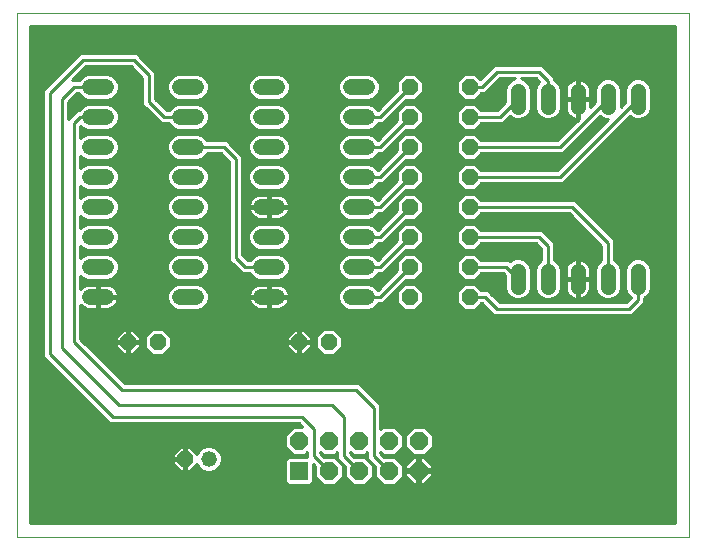
<source format=gtl>
G75*
%MOIN*%
%OFA0B0*%
%FSLAX24Y24*%
%IPPOS*%
%LPD*%
%AMOC8*
5,1,8,0,0,1.08239X$1,22.5*
%
%ADD10C,0.0000*%
%ADD11C,0.0520*%
%ADD12C,0.0515*%
%ADD13OC8,0.0520*%
%ADD14R,0.0600X0.0600*%
%ADD15OC8,0.0600*%
%ADD16C,0.0520*%
%ADD17C,0.0100*%
D10*
X000100Y000100D02*
X000100Y017570D01*
X022492Y017570D01*
X022492Y000100D01*
X000100Y000100D01*
D11*
X002540Y008100D02*
X003060Y008100D01*
X003060Y009100D02*
X002540Y009100D01*
X002540Y010100D02*
X003060Y010100D01*
X003060Y011100D02*
X002540Y011100D01*
X002540Y012100D02*
X003060Y012100D01*
X003060Y013100D02*
X002540Y013100D01*
X002540Y014100D02*
X003060Y014100D01*
X003060Y015100D02*
X002540Y015100D01*
X005540Y015100D02*
X006060Y015100D01*
X006060Y014100D02*
X005540Y014100D01*
X005540Y013100D02*
X006060Y013100D01*
X006060Y012100D02*
X005540Y012100D01*
X005540Y011100D02*
X006060Y011100D01*
X006060Y010100D02*
X005540Y010100D01*
X005540Y009100D02*
X006060Y009100D01*
X006060Y008100D02*
X005540Y008100D01*
X008240Y008100D02*
X008760Y008100D01*
X008760Y009100D02*
X008240Y009100D01*
X008240Y010100D02*
X008760Y010100D01*
X008760Y011100D02*
X008240Y011100D01*
X008240Y012100D02*
X008760Y012100D01*
X008760Y013100D02*
X008240Y013100D01*
X008240Y014100D02*
X008760Y014100D01*
X008760Y015100D02*
X008240Y015100D01*
X011240Y015100D02*
X011760Y015100D01*
X011760Y014100D02*
X011240Y014100D01*
X011240Y013100D02*
X011760Y013100D01*
X011760Y012100D02*
X011240Y012100D01*
X011240Y011100D02*
X011760Y011100D01*
X011760Y010100D02*
X011240Y010100D01*
X011240Y009100D02*
X011760Y009100D01*
X011760Y008100D02*
X011240Y008100D01*
D12*
X016800Y008443D02*
X016800Y008957D01*
X017800Y008957D02*
X017800Y008443D01*
X018800Y008443D02*
X018800Y008957D01*
X019800Y008957D02*
X019800Y008443D01*
X020800Y008443D02*
X020800Y008957D01*
X020800Y014443D02*
X020800Y014957D01*
X019800Y014957D02*
X019800Y014443D01*
X018800Y014443D02*
X018800Y014957D01*
X017800Y014957D02*
X017800Y014443D01*
X016800Y014443D02*
X016800Y014957D01*
D13*
X015200Y015100D03*
X015200Y014100D03*
X015200Y013100D03*
X015200Y012100D03*
X015200Y011100D03*
X015200Y010100D03*
X015200Y009100D03*
X015200Y008100D03*
X013200Y008100D03*
X013200Y009100D03*
X013200Y010100D03*
X013200Y011100D03*
X013200Y012100D03*
X013200Y013100D03*
X013200Y014100D03*
X013200Y015100D03*
X010500Y006600D03*
X009500Y006600D03*
X004800Y006600D03*
X003800Y006600D03*
X005700Y002700D03*
D14*
X009500Y002300D03*
D15*
X010500Y002300D03*
X011500Y002300D03*
X011500Y003300D03*
X010500Y003300D03*
X009500Y003300D03*
X012500Y003300D03*
X013500Y003300D03*
X013500Y002300D03*
X012500Y002300D03*
D16*
X006500Y002700D03*
D17*
X006106Y002527D02*
X006135Y002456D01*
X006256Y002335D01*
X006414Y002270D01*
X006586Y002270D01*
X006744Y002335D01*
X006865Y002456D01*
X006930Y002614D01*
X006930Y002786D01*
X006865Y002944D01*
X006744Y003065D01*
X006586Y003130D01*
X006414Y003130D01*
X006256Y003065D01*
X006135Y002944D01*
X006106Y002873D01*
X005870Y003110D01*
X005730Y003110D01*
X005730Y002730D01*
X005670Y002730D01*
X005670Y003110D01*
X005530Y003110D01*
X005290Y002870D01*
X005290Y002730D01*
X005670Y002730D01*
X005670Y002670D01*
X005730Y002670D01*
X005730Y002290D01*
X005870Y002290D01*
X006106Y002527D01*
X006132Y002464D02*
X006044Y002464D01*
X005945Y002366D02*
X006226Y002366D01*
X005730Y002366D02*
X005670Y002366D01*
X005670Y002290D02*
X005530Y002290D01*
X005290Y002530D01*
X005290Y002670D01*
X005670Y002670D01*
X005670Y002290D01*
X005670Y002464D02*
X005730Y002464D01*
X005730Y002563D02*
X005670Y002563D01*
X005670Y002661D02*
X005730Y002661D01*
X005730Y002760D02*
X005670Y002760D01*
X005670Y002858D02*
X005730Y002858D01*
X005730Y002957D02*
X005670Y002957D01*
X005670Y003055D02*
X005730Y003055D01*
X005925Y003055D02*
X006247Y003055D01*
X006148Y002957D02*
X006023Y002957D01*
X005475Y003055D02*
X000550Y003055D01*
X000550Y002957D02*
X005377Y002957D01*
X005290Y002858D02*
X000550Y002858D01*
X000550Y002760D02*
X005290Y002760D01*
X005290Y002661D02*
X000550Y002661D01*
X000550Y002563D02*
X005290Y002563D01*
X005356Y002464D02*
X000550Y002464D01*
X000550Y002366D02*
X005455Y002366D01*
X006774Y002366D02*
X009030Y002366D01*
X009030Y002464D02*
X006868Y002464D01*
X006908Y002563D02*
X009030Y002563D01*
X009030Y002661D02*
X006930Y002661D01*
X006930Y002760D02*
X009119Y002760D01*
X009130Y002770D02*
X009030Y002670D01*
X009030Y001930D01*
X009130Y001830D01*
X009870Y001830D01*
X009970Y001930D01*
X009970Y002519D01*
X010030Y002459D01*
X010030Y002105D01*
X010305Y001830D01*
X010695Y001830D01*
X010970Y002105D01*
X010970Y002495D01*
X010695Y002770D01*
X010341Y002770D01*
X010220Y002891D01*
X010220Y002915D01*
X010305Y002830D01*
X010695Y002830D01*
X010780Y002915D01*
X010780Y002709D01*
X011030Y002459D01*
X011030Y002105D01*
X011305Y001830D01*
X011695Y001830D01*
X011970Y002105D01*
X011970Y002495D01*
X011695Y002770D01*
X011341Y002770D01*
X011220Y002891D01*
X011220Y002915D01*
X011305Y002830D01*
X011695Y002830D01*
X011780Y002915D01*
X011780Y002709D01*
X012030Y002459D01*
X012030Y002105D01*
X012305Y001830D01*
X012695Y001830D01*
X012970Y002105D01*
X012970Y002495D01*
X012695Y002770D01*
X012341Y002770D01*
X012220Y002891D01*
X012220Y002915D01*
X012305Y002830D01*
X012695Y002830D01*
X012970Y003105D01*
X012970Y003495D01*
X012695Y003770D01*
X012305Y003770D01*
X012220Y003685D01*
X012220Y004491D01*
X012091Y004620D01*
X011491Y005220D01*
X003691Y005220D01*
X002220Y006691D01*
X002220Y007843D01*
X002227Y007833D01*
X002273Y007787D01*
X002325Y007749D01*
X002383Y007720D01*
X002444Y007700D01*
X002508Y007690D01*
X002770Y007690D01*
X002770Y008070D01*
X002830Y008070D01*
X002830Y008130D01*
X002770Y008130D01*
X002770Y008510D01*
X002508Y008510D01*
X002444Y008500D01*
X002383Y008480D01*
X002325Y008451D01*
X002273Y008413D01*
X002227Y008367D01*
X002220Y008357D01*
X002220Y008812D01*
X002296Y008735D01*
X002454Y008670D01*
X003146Y008670D01*
X003304Y008735D01*
X003425Y008856D01*
X003490Y009014D01*
X003490Y009186D01*
X003425Y009344D01*
X003304Y009465D01*
X003146Y009530D01*
X002454Y009530D01*
X002296Y009465D01*
X002220Y009388D01*
X002220Y009812D01*
X002296Y009735D01*
X002454Y009670D01*
X003146Y009670D01*
X003304Y009735D01*
X003425Y009856D01*
X003490Y010014D01*
X003490Y010186D01*
X003425Y010344D01*
X003304Y010465D01*
X003146Y010530D01*
X002454Y010530D01*
X002296Y010465D01*
X002220Y010388D01*
X002220Y010812D01*
X002296Y010735D01*
X002454Y010670D01*
X003146Y010670D01*
X003304Y010735D01*
X003425Y010856D01*
X003490Y011014D01*
X003490Y011186D01*
X003425Y011344D01*
X003304Y011465D01*
X003146Y011530D01*
X002454Y011530D01*
X002296Y011465D01*
X002220Y011388D01*
X002220Y011812D01*
X002296Y011735D01*
X002454Y011670D01*
X003146Y011670D01*
X003304Y011735D01*
X003425Y011856D01*
X003490Y012014D01*
X003490Y012186D01*
X003425Y012344D01*
X003304Y012465D01*
X003146Y012530D01*
X002454Y012530D01*
X002296Y012465D01*
X002220Y012388D01*
X002220Y012812D01*
X002296Y012735D01*
X002454Y012670D01*
X003146Y012670D01*
X003304Y012735D01*
X003425Y012856D01*
X003490Y013014D01*
X003490Y013186D01*
X003425Y013344D01*
X003304Y013465D01*
X003146Y013530D01*
X002454Y013530D01*
X002296Y013465D01*
X002220Y013388D01*
X002220Y013809D01*
X002222Y013810D01*
X002296Y013735D01*
X002454Y013670D01*
X003146Y013670D01*
X003304Y013735D01*
X003425Y013856D01*
X003490Y014014D01*
X003490Y014186D01*
X004603Y014186D01*
X004505Y014284D02*
X003449Y014284D01*
X003425Y014344D02*
X003490Y014186D01*
X003490Y014087D02*
X004702Y014087D01*
X004800Y013989D02*
X003479Y013989D01*
X003438Y013890D02*
X004899Y013890D01*
X004909Y013880D02*
X005166Y013880D01*
X005175Y013856D01*
X005296Y013735D01*
X005454Y013670D01*
X006146Y013670D01*
X006304Y013735D01*
X006425Y013856D01*
X006490Y014014D01*
X006490Y014186D01*
X007810Y014186D01*
X007810Y014014D01*
X007875Y013856D01*
X007996Y013735D01*
X008154Y013670D01*
X008846Y013670D01*
X009004Y013735D01*
X009125Y013856D01*
X009190Y014014D01*
X009190Y014186D01*
X010810Y014186D01*
X010810Y014014D01*
X010875Y013856D01*
X010996Y013735D01*
X011154Y013670D01*
X011846Y013670D01*
X012004Y013735D01*
X012125Y013856D01*
X012134Y013880D01*
X012291Y013880D01*
X013081Y014670D01*
X013378Y014670D01*
X013630Y014922D01*
X013630Y015278D01*
X013378Y015530D01*
X013022Y015530D01*
X012770Y015278D01*
X012770Y014981D01*
X012127Y014338D01*
X012125Y014344D01*
X012004Y014465D01*
X011846Y014530D01*
X011154Y014530D01*
X010996Y014465D01*
X010875Y014344D01*
X010810Y014186D01*
X010810Y014087D02*
X009190Y014087D01*
X009190Y014186D02*
X009125Y014344D01*
X009004Y014465D01*
X008846Y014530D01*
X008154Y014530D01*
X007996Y014465D01*
X007875Y014344D01*
X007810Y014186D01*
X007810Y014087D02*
X006490Y014087D01*
X006490Y014186D02*
X006425Y014344D01*
X006304Y014465D01*
X006146Y014530D01*
X005454Y014530D01*
X005296Y014465D01*
X005175Y014344D01*
X005166Y014320D01*
X005091Y014320D01*
X004720Y014691D01*
X004720Y015591D01*
X004220Y016091D01*
X004091Y016220D01*
X002209Y016220D01*
X001109Y015120D01*
X000980Y014991D01*
X000980Y006109D01*
X003080Y004009D01*
X003209Y003880D01*
X009509Y003880D01*
X009619Y003770D01*
X009305Y003770D01*
X009030Y003495D01*
X009030Y003105D01*
X009305Y002830D01*
X009695Y002830D01*
X009780Y002915D01*
X009780Y002770D01*
X009130Y002770D01*
X009277Y002858D02*
X006900Y002858D01*
X006852Y002957D02*
X009179Y002957D01*
X009080Y003055D02*
X006753Y003055D01*
X009030Y003154D02*
X000550Y003154D01*
X000550Y003252D02*
X009030Y003252D01*
X009030Y003351D02*
X000550Y003351D01*
X000550Y003449D02*
X009030Y003449D01*
X009083Y003548D02*
X000550Y003548D01*
X000550Y003646D02*
X009181Y003646D01*
X009280Y003745D02*
X000550Y003745D01*
X000550Y003843D02*
X009546Y003843D01*
X009600Y004100D02*
X010000Y003700D01*
X010000Y002800D01*
X010500Y002300D01*
X010836Y001972D02*
X011164Y001972D01*
X011065Y002070D02*
X010935Y002070D01*
X010970Y002169D02*
X011030Y002169D01*
X011030Y002267D02*
X010970Y002267D01*
X010970Y002366D02*
X011030Y002366D01*
X011025Y002464D02*
X010970Y002464D01*
X010926Y002563D02*
X010902Y002563D01*
X010828Y002661D02*
X010804Y002661D01*
X010780Y002760D02*
X010705Y002760D01*
X010723Y002858D02*
X010780Y002858D01*
X011000Y002800D02*
X011500Y002300D01*
X011836Y001972D02*
X012164Y001972D01*
X012065Y002070D02*
X011935Y002070D01*
X011970Y002169D02*
X012030Y002169D01*
X012030Y002267D02*
X011970Y002267D01*
X011970Y002366D02*
X012030Y002366D01*
X012025Y002464D02*
X011970Y002464D01*
X011926Y002563D02*
X011902Y002563D01*
X011828Y002661D02*
X011804Y002661D01*
X011780Y002760D02*
X011705Y002760D01*
X011723Y002858D02*
X011780Y002858D01*
X012000Y002800D02*
X012500Y002300D01*
X012836Y001972D02*
X013192Y001972D01*
X013094Y002070D02*
X012935Y002070D01*
X012970Y002169D02*
X013050Y002169D01*
X013050Y002114D02*
X013050Y002250D01*
X013450Y002250D01*
X013550Y002250D01*
X013550Y002350D01*
X013950Y002350D01*
X013950Y002486D01*
X013686Y002750D01*
X013550Y002750D01*
X013550Y002350D01*
X013450Y002350D01*
X013450Y002750D01*
X013314Y002750D01*
X013050Y002486D01*
X013050Y002350D01*
X013450Y002350D01*
X013450Y002250D01*
X013450Y001850D01*
X013314Y001850D01*
X013050Y002114D01*
X012970Y002267D02*
X013450Y002267D01*
X013450Y002169D02*
X013550Y002169D01*
X013550Y002250D02*
X013550Y001850D01*
X013686Y001850D01*
X013950Y002114D01*
X013950Y002250D01*
X013550Y002250D01*
X013550Y002267D02*
X022042Y002267D01*
X022042Y002169D02*
X013950Y002169D01*
X013906Y002070D02*
X022042Y002070D01*
X022042Y001972D02*
X013808Y001972D01*
X013709Y001873D02*
X022042Y001873D01*
X022042Y001775D02*
X000550Y001775D01*
X000550Y001873D02*
X009087Y001873D01*
X009030Y001972D02*
X000550Y001972D01*
X000550Y002070D02*
X009030Y002070D01*
X009030Y002169D02*
X000550Y002169D01*
X000550Y002267D02*
X009030Y002267D01*
X009723Y002858D02*
X009780Y002858D01*
X010253Y002858D02*
X010277Y002858D01*
X010025Y002464D02*
X009970Y002464D01*
X009970Y002366D02*
X010030Y002366D01*
X010030Y002267D02*
X009970Y002267D01*
X009970Y002169D02*
X010030Y002169D01*
X010065Y002070D02*
X009970Y002070D01*
X009970Y001972D02*
X010164Y001972D01*
X010262Y001873D02*
X009913Y001873D01*
X010738Y001873D02*
X011262Y001873D01*
X011738Y001873D02*
X012262Y001873D01*
X012738Y001873D02*
X013291Y001873D01*
X013450Y001873D02*
X013550Y001873D01*
X013550Y001972D02*
X013450Y001972D01*
X013450Y002070D02*
X013550Y002070D01*
X013550Y002366D02*
X013450Y002366D01*
X013450Y002464D02*
X013550Y002464D01*
X013550Y002563D02*
X013450Y002563D01*
X013450Y002661D02*
X013550Y002661D01*
X013695Y002830D02*
X013305Y002830D01*
X013030Y003105D01*
X013030Y003495D01*
X013305Y003770D01*
X013695Y003770D01*
X013970Y003495D01*
X013970Y003105D01*
X013695Y002830D01*
X013723Y002858D02*
X022042Y002858D01*
X022042Y002760D02*
X012705Y002760D01*
X012723Y002858D02*
X013277Y002858D01*
X013179Y002957D02*
X012821Y002957D01*
X012920Y003055D02*
X013080Y003055D01*
X013030Y003154D02*
X012970Y003154D01*
X012970Y003252D02*
X013030Y003252D01*
X013030Y003351D02*
X012970Y003351D01*
X012970Y003449D02*
X013030Y003449D01*
X013083Y003548D02*
X012917Y003548D01*
X012819Y003646D02*
X013181Y003646D01*
X013280Y003745D02*
X012720Y003745D01*
X012280Y003745D02*
X012220Y003745D01*
X012220Y003843D02*
X022042Y003843D01*
X022042Y003745D02*
X013720Y003745D01*
X013819Y003646D02*
X022042Y003646D01*
X022042Y003548D02*
X013917Y003548D01*
X013970Y003449D02*
X022042Y003449D01*
X022042Y003351D02*
X013970Y003351D01*
X013970Y003252D02*
X022042Y003252D01*
X022042Y003154D02*
X013970Y003154D01*
X013920Y003055D02*
X022042Y003055D01*
X022042Y002957D02*
X013821Y002957D01*
X013775Y002661D02*
X022042Y002661D01*
X022042Y002563D02*
X013874Y002563D01*
X013950Y002464D02*
X022042Y002464D01*
X022042Y002366D02*
X013950Y002366D01*
X013225Y002661D02*
X012804Y002661D01*
X012902Y002563D02*
X013126Y002563D01*
X013050Y002464D02*
X012970Y002464D01*
X012970Y002366D02*
X013050Y002366D01*
X012277Y002858D02*
X012253Y002858D01*
X012000Y002800D02*
X012000Y004400D01*
X011400Y005000D01*
X003600Y005000D01*
X002000Y006600D01*
X002000Y013900D01*
X002200Y014100D01*
X002800Y014100D01*
X003146Y014530D02*
X003304Y014465D01*
X003425Y014344D01*
X003386Y014383D02*
X004406Y014383D01*
X004409Y014380D02*
X004909Y013880D01*
X005000Y014100D02*
X004500Y014600D01*
X004500Y015500D01*
X004000Y016000D01*
X002300Y016000D01*
X001200Y014900D01*
X001200Y006200D01*
X003300Y004100D01*
X009600Y004100D01*
X010600Y004500D02*
X011000Y004100D01*
X011000Y002800D01*
X011253Y002858D02*
X011277Y002858D01*
X012220Y003942D02*
X022042Y003942D01*
X022042Y004040D02*
X012220Y004040D01*
X012220Y004139D02*
X022042Y004139D01*
X022042Y004237D02*
X012220Y004237D01*
X012220Y004336D02*
X022042Y004336D01*
X022042Y004434D02*
X012220Y004434D01*
X012179Y004533D02*
X022042Y004533D01*
X022042Y004631D02*
X012080Y004631D01*
X011982Y004730D02*
X022042Y004730D01*
X022042Y004828D02*
X011883Y004828D01*
X011785Y004927D02*
X022042Y004927D01*
X022042Y005025D02*
X011686Y005025D01*
X011588Y005124D02*
X022042Y005124D01*
X022042Y005222D02*
X003689Y005222D01*
X003591Y005321D02*
X022042Y005321D01*
X022042Y005419D02*
X003492Y005419D01*
X003394Y005518D02*
X022042Y005518D01*
X022042Y005616D02*
X003295Y005616D01*
X003197Y005715D02*
X022042Y005715D01*
X022042Y005813D02*
X003098Y005813D01*
X003000Y005912D02*
X022042Y005912D01*
X022042Y006010D02*
X002901Y006010D01*
X002803Y006109D02*
X022042Y006109D01*
X022042Y006207D02*
X010715Y006207D01*
X010678Y006170D02*
X010930Y006422D01*
X010930Y006778D01*
X010678Y007030D01*
X010322Y007030D01*
X010070Y006778D01*
X010070Y006422D01*
X010322Y006170D01*
X010678Y006170D01*
X010814Y006306D02*
X022042Y006306D01*
X022042Y006404D02*
X010912Y006404D01*
X010930Y006503D02*
X022042Y006503D01*
X022042Y006601D02*
X010930Y006601D01*
X010930Y006700D02*
X022042Y006700D01*
X022042Y006798D02*
X010910Y006798D01*
X010812Y006897D02*
X022042Y006897D01*
X022042Y006995D02*
X010713Y006995D01*
X010287Y006995D02*
X009685Y006995D01*
X009670Y007010D02*
X009530Y007010D01*
X009530Y006630D01*
X009910Y006630D01*
X009910Y006770D01*
X009670Y007010D01*
X009530Y006995D02*
X009470Y006995D01*
X009470Y007010D02*
X009330Y007010D01*
X009090Y006770D01*
X009090Y006630D01*
X009470Y006630D01*
X009470Y007010D01*
X009470Y006897D02*
X009530Y006897D01*
X009530Y006798D02*
X009470Y006798D01*
X009470Y006700D02*
X009530Y006700D01*
X009530Y006630D02*
X009470Y006630D01*
X009470Y006570D01*
X009530Y006570D01*
X009530Y006630D01*
X009530Y006601D02*
X010070Y006601D01*
X010070Y006503D02*
X009910Y006503D01*
X009910Y006570D02*
X009910Y006430D01*
X009670Y006190D01*
X009530Y006190D01*
X009530Y006570D01*
X009910Y006570D01*
X009910Y006700D02*
X010070Y006700D01*
X010090Y006798D02*
X009882Y006798D01*
X009783Y006897D02*
X010188Y006897D01*
X010088Y006404D02*
X009884Y006404D01*
X009785Y006306D02*
X010186Y006306D01*
X010285Y006207D02*
X009687Y006207D01*
X009530Y006207D02*
X009470Y006207D01*
X009470Y006190D02*
X009470Y006570D01*
X009090Y006570D01*
X009090Y006430D01*
X009330Y006190D01*
X009470Y006190D01*
X009470Y006306D02*
X009530Y006306D01*
X009530Y006404D02*
X009470Y006404D01*
X009470Y006503D02*
X009530Y006503D01*
X009470Y006601D02*
X005230Y006601D01*
X005230Y006503D02*
X009090Y006503D01*
X009116Y006404D02*
X005212Y006404D01*
X005230Y006422D02*
X004978Y006170D01*
X004622Y006170D01*
X004370Y006422D01*
X004370Y006778D01*
X004622Y007030D01*
X004978Y007030D01*
X005230Y006778D01*
X005230Y006422D01*
X005114Y006306D02*
X009215Y006306D01*
X009313Y006207D02*
X005015Y006207D01*
X004585Y006207D02*
X003987Y006207D01*
X003970Y006190D02*
X004210Y006430D01*
X004210Y006570D01*
X003830Y006570D01*
X003830Y006630D01*
X004210Y006630D01*
X004210Y006770D01*
X003970Y007010D01*
X003830Y007010D01*
X003830Y006630D01*
X003770Y006630D01*
X003770Y007010D01*
X003630Y007010D01*
X003390Y006770D01*
X003390Y006630D01*
X003770Y006630D01*
X003770Y006570D01*
X003830Y006570D01*
X003830Y006190D01*
X003970Y006190D01*
X003830Y006207D02*
X003770Y006207D01*
X003770Y006190D02*
X003770Y006570D01*
X003390Y006570D01*
X003390Y006430D01*
X003630Y006190D01*
X003770Y006190D01*
X003770Y006306D02*
X003830Y006306D01*
X003830Y006404D02*
X003770Y006404D01*
X003770Y006503D02*
X003830Y006503D01*
X003830Y006601D02*
X004370Y006601D01*
X004370Y006503D02*
X004210Y006503D01*
X004184Y006404D02*
X004388Y006404D01*
X004486Y006306D02*
X004085Y006306D01*
X004210Y006700D02*
X004370Y006700D01*
X004390Y006798D02*
X004182Y006798D01*
X004083Y006897D02*
X004488Y006897D01*
X004587Y006995D02*
X003985Y006995D01*
X003830Y006995D02*
X003770Y006995D01*
X003770Y006897D02*
X003830Y006897D01*
X003830Y006798D02*
X003770Y006798D01*
X003770Y006700D02*
X003830Y006700D01*
X003770Y006601D02*
X002310Y006601D01*
X002220Y006700D02*
X003390Y006700D01*
X003418Y006798D02*
X002220Y006798D01*
X002220Y006897D02*
X003517Y006897D01*
X003615Y006995D02*
X002220Y006995D01*
X002220Y007094D02*
X022042Y007094D01*
X022042Y007192D02*
X002220Y007192D01*
X002220Y007291D02*
X022042Y007291D01*
X022042Y007389D02*
X002220Y007389D01*
X002220Y007488D02*
X016001Y007488D01*
X016009Y007480D02*
X020591Y007480D01*
X020891Y007780D01*
X021020Y007909D01*
X021020Y008071D01*
X021042Y008080D01*
X021162Y008200D01*
X021227Y008357D01*
X021227Y009043D01*
X021162Y009200D01*
X021042Y009320D01*
X020885Y009385D01*
X020715Y009385D01*
X020558Y009320D01*
X020438Y009200D01*
X020373Y009043D01*
X020373Y008357D01*
X020438Y008200D01*
X020558Y008080D01*
X020566Y008077D01*
X020409Y007920D01*
X016191Y007920D01*
X015920Y008191D01*
X015920Y008191D01*
X015791Y008320D01*
X015588Y008320D01*
X015378Y008530D01*
X015022Y008530D01*
X014770Y008278D01*
X014770Y007922D01*
X015022Y007670D01*
X015378Y007670D01*
X015588Y007880D01*
X015609Y007880D01*
X015880Y007609D01*
X015880Y007609D01*
X016009Y007480D01*
X015903Y007586D02*
X002220Y007586D01*
X002220Y007685D02*
X005419Y007685D01*
X005454Y007670D02*
X005296Y007735D01*
X005175Y007856D01*
X005110Y008014D01*
X005110Y008186D01*
X005175Y008344D01*
X005296Y008465D01*
X005454Y008530D01*
X006146Y008530D01*
X006304Y008465D01*
X006425Y008344D01*
X006490Y008186D01*
X006490Y008014D01*
X006425Y007856D01*
X006304Y007735D01*
X006146Y007670D01*
X005454Y007670D01*
X005249Y007783D02*
X003321Y007783D01*
X003327Y007787D02*
X003373Y007833D01*
X003411Y007885D01*
X003440Y007943D01*
X003460Y008004D01*
X003470Y008068D01*
X003470Y008070D01*
X002830Y008070D01*
X002830Y007690D01*
X003092Y007690D01*
X003156Y007700D01*
X003217Y007720D01*
X003275Y007749D01*
X003327Y007787D01*
X003408Y007882D02*
X005165Y007882D01*
X005124Y007980D02*
X003452Y007980D01*
X003470Y008130D02*
X003470Y008132D01*
X003460Y008196D01*
X003440Y008257D01*
X003411Y008315D01*
X003373Y008367D01*
X003327Y008413D01*
X003275Y008451D01*
X003217Y008480D01*
X003156Y008500D01*
X003092Y008510D01*
X002830Y008510D01*
X002830Y008130D01*
X003470Y008130D01*
X003463Y008177D02*
X005110Y008177D01*
X005110Y008079D02*
X002830Y008079D01*
X002830Y008177D02*
X002770Y008177D01*
X002770Y008276D02*
X002830Y008276D01*
X002830Y008374D02*
X002770Y008374D01*
X002770Y008473D02*
X002830Y008473D01*
X003232Y008473D02*
X005316Y008473D01*
X005206Y008374D02*
X003366Y008374D01*
X003431Y008276D02*
X005147Y008276D01*
X005296Y008735D02*
X005454Y008670D01*
X006146Y008670D01*
X006304Y008735D01*
X006425Y008856D01*
X006490Y009014D01*
X006490Y009186D01*
X006425Y009344D01*
X006304Y009465D01*
X006146Y009530D01*
X005454Y009530D01*
X005296Y009465D01*
X005175Y009344D01*
X005110Y009186D01*
X005110Y009014D01*
X005175Y008856D01*
X005296Y008735D01*
X005264Y008768D02*
X003336Y008768D01*
X003429Y008867D02*
X005171Y008867D01*
X005130Y008965D02*
X003470Y008965D01*
X003490Y009064D02*
X005110Y009064D01*
X005110Y009162D02*
X003490Y009162D01*
X003459Y009261D02*
X005141Y009261D01*
X005191Y009359D02*
X003409Y009359D01*
X003311Y009458D02*
X005289Y009458D01*
X005454Y009670D02*
X006146Y009670D01*
X006304Y009735D01*
X006425Y009856D01*
X006490Y010014D01*
X006490Y010186D01*
X006425Y010344D01*
X006304Y010465D01*
X006146Y010530D01*
X005454Y010530D01*
X005296Y010465D01*
X005175Y010344D01*
X005110Y010186D01*
X005110Y010014D01*
X005175Y009856D01*
X005296Y009735D01*
X005454Y009670D01*
X005279Y009753D02*
X003321Y009753D01*
X003420Y009852D02*
X005180Y009852D01*
X005137Y009950D02*
X003463Y009950D01*
X003490Y010049D02*
X005110Y010049D01*
X005110Y010147D02*
X003490Y010147D01*
X003465Y010246D02*
X005135Y010246D01*
X005176Y010344D02*
X003424Y010344D01*
X003326Y010443D02*
X005274Y010443D01*
X005454Y010670D02*
X005296Y010735D01*
X005175Y010856D01*
X005110Y011014D01*
X005110Y011186D01*
X005175Y011344D01*
X005296Y011465D01*
X005454Y011530D01*
X006146Y011530D01*
X006304Y011465D01*
X006425Y011344D01*
X006490Y011186D01*
X006490Y011014D01*
X006425Y010856D01*
X006304Y010735D01*
X006146Y010670D01*
X005454Y010670D01*
X005294Y010738D02*
X003306Y010738D01*
X003405Y010837D02*
X005195Y010837D01*
X005143Y010935D02*
X003457Y010935D01*
X003490Y011034D02*
X005110Y011034D01*
X005110Y011132D02*
X003490Y011132D01*
X003471Y011231D02*
X005129Y011231D01*
X005169Y011329D02*
X003431Y011329D01*
X003341Y011428D02*
X005259Y011428D01*
X005445Y011526D02*
X003155Y011526D01*
X003274Y011723D02*
X005326Y011723D01*
X005296Y011735D02*
X005454Y011670D01*
X006146Y011670D01*
X006304Y011735D01*
X006425Y011856D01*
X006490Y012014D01*
X006490Y012186D01*
X006425Y012344D01*
X006304Y012465D01*
X006146Y012530D01*
X005454Y012530D01*
X005296Y012465D01*
X005175Y012344D01*
X005110Y012186D01*
X005110Y012014D01*
X005175Y011856D01*
X005296Y011735D01*
X005210Y011822D02*
X003390Y011822D01*
X003451Y011920D02*
X005149Y011920D01*
X005110Y012019D02*
X003490Y012019D01*
X003490Y012117D02*
X005110Y012117D01*
X005122Y012216D02*
X003478Y012216D01*
X003437Y012314D02*
X005163Y012314D01*
X005244Y012413D02*
X003356Y012413D01*
X003191Y012511D02*
X005409Y012511D01*
X005454Y012670D02*
X006146Y012670D01*
X006304Y012735D01*
X006425Y012856D01*
X006434Y012880D01*
X006909Y012880D01*
X007180Y012609D01*
X007180Y009309D01*
X007309Y009180D01*
X007609Y008880D01*
X007866Y008880D01*
X007875Y008856D01*
X007996Y008735D01*
X008154Y008670D01*
X008846Y008670D01*
X009004Y008735D01*
X009125Y008856D01*
X009190Y009014D01*
X009190Y009186D01*
X009125Y009344D01*
X009004Y009465D01*
X008846Y009530D01*
X008154Y009530D01*
X007996Y009465D01*
X007875Y009344D01*
X007866Y009320D01*
X007791Y009320D01*
X007620Y009491D01*
X007620Y012791D01*
X007220Y013191D01*
X007091Y013320D01*
X006434Y013320D01*
X006425Y013344D01*
X006304Y013465D01*
X006146Y013530D01*
X005454Y013530D01*
X005296Y013465D01*
X005175Y013344D01*
X005110Y013186D01*
X005110Y013014D01*
X005175Y012856D01*
X005296Y012735D01*
X005454Y012670D01*
X005363Y012708D02*
X003237Y012708D01*
X003375Y012807D02*
X005225Y012807D01*
X005155Y012905D02*
X003445Y012905D01*
X003485Y013004D02*
X005115Y013004D01*
X005110Y013102D02*
X003490Y013102D01*
X003484Y013201D02*
X005116Y013201D01*
X005157Y013299D02*
X003443Y013299D01*
X003371Y013398D02*
X005229Y013398D01*
X005372Y013496D02*
X003228Y013496D01*
X003201Y013693D02*
X005399Y013693D01*
X005240Y013792D02*
X003360Y013792D01*
X003264Y014481D02*
X004308Y014481D01*
X004280Y014509D02*
X004409Y014380D01*
X004280Y014509D02*
X004280Y015409D01*
X003909Y015780D01*
X002391Y015780D01*
X001931Y015320D01*
X002166Y015320D01*
X002175Y015344D01*
X002296Y015465D01*
X002454Y015530D01*
X003146Y015530D01*
X003304Y015465D01*
X003425Y015344D01*
X003490Y015186D01*
X003490Y015014D01*
X003425Y014856D01*
X003304Y014735D01*
X003146Y014670D01*
X002454Y014670D01*
X002296Y014735D01*
X002175Y014856D01*
X002166Y014880D01*
X002091Y014880D01*
X001820Y014609D01*
X001820Y014031D01*
X001909Y014120D01*
X002109Y014320D01*
X002166Y014320D01*
X002175Y014344D01*
X002296Y014465D01*
X002454Y014530D01*
X003146Y014530D01*
X003165Y014678D02*
X004280Y014678D01*
X004280Y014580D02*
X001820Y014580D01*
X001820Y014481D02*
X002336Y014481D01*
X002214Y014383D02*
X001820Y014383D01*
X001820Y014284D02*
X002073Y014284D01*
X001974Y014186D02*
X001820Y014186D01*
X001820Y014087D02*
X001876Y014087D01*
X002220Y013792D02*
X002240Y013792D01*
X002220Y013693D02*
X002399Y013693D01*
X002372Y013496D02*
X002220Y013496D01*
X002220Y013398D02*
X002229Y013398D01*
X002220Y013595D02*
X012383Y013595D01*
X012482Y013693D02*
X011901Y013693D01*
X011846Y013530D02*
X012004Y013465D01*
X012125Y013344D01*
X012127Y013338D01*
X012770Y013981D01*
X012770Y014278D01*
X013022Y014530D01*
X013378Y014530D01*
X013630Y014278D01*
X013630Y013922D01*
X013378Y013670D01*
X013081Y013670D01*
X012291Y012880D01*
X012134Y012880D01*
X012125Y012856D01*
X012004Y012735D01*
X011846Y012670D01*
X011154Y012670D01*
X010996Y012735D01*
X010875Y012856D01*
X010810Y013014D01*
X010810Y013186D01*
X010875Y013344D01*
X010996Y013465D01*
X011154Y013530D01*
X011846Y013530D01*
X011928Y013496D02*
X012285Y013496D01*
X012186Y013398D02*
X012071Y013398D01*
X012200Y013100D02*
X013200Y014100D01*
X013500Y013792D02*
X014900Y013792D01*
X014802Y013890D02*
X013598Y013890D01*
X013630Y013989D02*
X014770Y013989D01*
X014770Y013922D02*
X015022Y013670D01*
X015378Y013670D01*
X015588Y013880D01*
X016291Y013880D01*
X016525Y014113D01*
X016558Y014080D01*
X016715Y014015D01*
X016885Y014015D01*
X017042Y014080D01*
X017162Y014200D01*
X017227Y014357D01*
X017227Y015043D01*
X017162Y015200D01*
X017042Y015320D01*
X016897Y015380D01*
X017409Y015380D01*
X017513Y015275D01*
X017438Y015200D01*
X017373Y015043D01*
X017373Y014357D01*
X017438Y014200D01*
X017558Y014080D01*
X017715Y014015D01*
X017885Y014015D01*
X018042Y014080D01*
X018162Y014200D01*
X018227Y014357D01*
X018227Y015043D01*
X018162Y015200D01*
X018042Y015320D01*
X018020Y015329D01*
X018020Y015391D01*
X017891Y015520D01*
X017591Y015820D01*
X016009Y015820D01*
X015880Y015691D01*
X015548Y015360D01*
X015378Y015530D01*
X015022Y015530D01*
X014770Y015278D01*
X014770Y014922D01*
X015022Y014670D01*
X015378Y014670D01*
X015588Y014880D01*
X015691Y014880D01*
X016191Y015380D01*
X016703Y015380D01*
X016558Y015320D01*
X016438Y015200D01*
X016373Y015043D01*
X016373Y014584D01*
X016109Y014320D01*
X015588Y014320D01*
X015378Y014530D01*
X015022Y014530D01*
X014770Y014278D01*
X014770Y013922D01*
X014770Y014087D02*
X013630Y014087D01*
X013630Y014186D02*
X014770Y014186D01*
X014776Y014284D02*
X013624Y014284D01*
X013526Y014383D02*
X014874Y014383D01*
X014973Y014481D02*
X013427Y014481D01*
X013386Y014678D02*
X015014Y014678D01*
X014915Y014777D02*
X013485Y014777D01*
X013583Y014875D02*
X014817Y014875D01*
X014770Y014974D02*
X013630Y014974D01*
X013630Y015072D02*
X014770Y015072D01*
X014770Y015171D02*
X013630Y015171D01*
X013630Y015269D02*
X014770Y015269D01*
X014859Y015368D02*
X013541Y015368D01*
X013442Y015466D02*
X014958Y015466D01*
X015200Y015100D02*
X015600Y015100D01*
X016100Y015600D01*
X017500Y015600D01*
X017800Y015300D01*
X017800Y014700D01*
X018227Y014678D02*
X018771Y014678D01*
X018771Y014671D02*
X018393Y014671D01*
X018393Y014410D01*
X018403Y014347D01*
X018422Y014286D01*
X018451Y014229D01*
X018489Y014177D01*
X018535Y014132D01*
X018586Y014094D01*
X018644Y014065D01*
X018705Y014045D01*
X018768Y014035D01*
X018771Y014035D01*
X018771Y014671D01*
X018829Y014671D01*
X018829Y014729D01*
X019207Y014729D01*
X019207Y014990D01*
X019197Y015053D01*
X019178Y015114D01*
X019149Y015171D01*
X019111Y015223D01*
X019065Y015268D01*
X019014Y015306D01*
X018956Y015335D01*
X018895Y015355D01*
X018832Y015365D01*
X018829Y015365D01*
X018829Y014729D01*
X018771Y014729D01*
X018771Y015365D01*
X018768Y015365D01*
X018705Y015355D01*
X018644Y015335D01*
X018586Y015306D01*
X018535Y015268D01*
X018489Y015223D01*
X018451Y015171D01*
X018422Y015114D01*
X018403Y015053D01*
X018393Y014990D01*
X018393Y014729D01*
X018771Y014729D01*
X018771Y014671D01*
X018829Y014671D02*
X018829Y014040D01*
X018109Y013320D01*
X015588Y013320D01*
X015378Y013530D01*
X015022Y013530D01*
X014770Y013278D01*
X014770Y012922D01*
X015022Y012670D01*
X015378Y012670D01*
X015588Y012880D01*
X018291Y012880D01*
X019525Y014113D01*
X019558Y014080D01*
X019715Y014015D01*
X019804Y014015D01*
X018109Y012320D01*
X015588Y012320D01*
X015378Y012530D01*
X015022Y012530D01*
X014770Y012278D01*
X014770Y011922D01*
X015022Y011670D01*
X015378Y011670D01*
X015588Y011880D01*
X018291Y011880D01*
X020525Y014113D01*
X020558Y014080D01*
X020715Y014015D01*
X020885Y014015D01*
X021042Y014080D01*
X021162Y014200D01*
X021227Y014357D01*
X021227Y015043D01*
X021162Y015200D01*
X021042Y015320D01*
X020885Y015385D01*
X020715Y015385D01*
X020558Y015320D01*
X020438Y015200D01*
X020373Y015043D01*
X020373Y014584D01*
X020227Y014439D01*
X020227Y015043D01*
X020162Y015200D01*
X020042Y015320D01*
X019885Y015385D01*
X019715Y015385D01*
X019558Y015320D01*
X019438Y015200D01*
X019373Y015043D01*
X019373Y014584D01*
X019207Y014419D01*
X019207Y014671D01*
X018829Y014671D01*
X018829Y014678D02*
X019373Y014678D01*
X019373Y014777D02*
X019207Y014777D01*
X019207Y014875D02*
X019373Y014875D01*
X019373Y014974D02*
X019207Y014974D01*
X019191Y015072D02*
X019385Y015072D01*
X019426Y015171D02*
X019149Y015171D01*
X019064Y015269D02*
X019507Y015269D01*
X019673Y015368D02*
X018020Y015368D01*
X018093Y015269D02*
X018536Y015269D01*
X018451Y015171D02*
X018174Y015171D01*
X018215Y015072D02*
X018409Y015072D01*
X018393Y014974D02*
X018227Y014974D01*
X018227Y014875D02*
X018393Y014875D01*
X018393Y014777D02*
X018227Y014777D01*
X018227Y014580D02*
X018393Y014580D01*
X018393Y014481D02*
X018227Y014481D01*
X018227Y014383D02*
X018397Y014383D01*
X018423Y014284D02*
X018197Y014284D01*
X018148Y014186D02*
X018483Y014186D01*
X018600Y014087D02*
X018049Y014087D01*
X017551Y014087D02*
X017049Y014087D01*
X017148Y014186D02*
X017452Y014186D01*
X017403Y014284D02*
X017197Y014284D01*
X017227Y014383D02*
X017373Y014383D01*
X017373Y014481D02*
X017227Y014481D01*
X017227Y014580D02*
X017373Y014580D01*
X017373Y014678D02*
X017227Y014678D01*
X017227Y014777D02*
X017373Y014777D01*
X017373Y014875D02*
X017227Y014875D01*
X017227Y014974D02*
X017373Y014974D01*
X017385Y015072D02*
X017215Y015072D01*
X017174Y015171D02*
X017426Y015171D01*
X017507Y015269D02*
X017093Y015269D01*
X016927Y015368D02*
X017421Y015368D01*
X017748Y015663D02*
X022042Y015663D01*
X022042Y015565D02*
X017847Y015565D01*
X017945Y015466D02*
X022042Y015466D01*
X022042Y015368D02*
X020927Y015368D01*
X021093Y015269D02*
X022042Y015269D01*
X022042Y015171D02*
X021174Y015171D01*
X021215Y015072D02*
X022042Y015072D01*
X022042Y014974D02*
X021227Y014974D01*
X021227Y014875D02*
X022042Y014875D01*
X022042Y014777D02*
X021227Y014777D01*
X021227Y014678D02*
X022042Y014678D01*
X022042Y014580D02*
X021227Y014580D01*
X021227Y014481D02*
X022042Y014481D01*
X022042Y014383D02*
X021227Y014383D01*
X021197Y014284D02*
X022042Y014284D01*
X022042Y014186D02*
X021148Y014186D01*
X021049Y014087D02*
X022042Y014087D01*
X022042Y013989D02*
X020400Y013989D01*
X020498Y014087D02*
X020551Y014087D01*
X020301Y013890D02*
X022042Y013890D01*
X022042Y013792D02*
X020203Y013792D01*
X020104Y013693D02*
X022042Y013693D01*
X022042Y013595D02*
X020006Y013595D01*
X019907Y013496D02*
X022042Y013496D01*
X022042Y013398D02*
X019809Y013398D01*
X019710Y013299D02*
X022042Y013299D01*
X022042Y013201D02*
X019612Y013201D01*
X019513Y013102D02*
X022042Y013102D01*
X022042Y013004D02*
X019415Y013004D01*
X019316Y012905D02*
X022042Y012905D01*
X022042Y012807D02*
X019218Y012807D01*
X019119Y012708D02*
X022042Y012708D01*
X022042Y012610D02*
X019021Y012610D01*
X018922Y012511D02*
X022042Y012511D01*
X022042Y012413D02*
X018824Y012413D01*
X018725Y012314D02*
X022042Y012314D01*
X022042Y012216D02*
X018627Y012216D01*
X018528Y012117D02*
X022042Y012117D01*
X022042Y012019D02*
X018430Y012019D01*
X018331Y011920D02*
X022042Y011920D01*
X022042Y011822D02*
X015530Y011822D01*
X015431Y011723D02*
X022042Y011723D01*
X022042Y011625D02*
X013036Y011625D01*
X013081Y011670D02*
X013378Y011670D01*
X013630Y011922D01*
X013630Y012278D01*
X013378Y012530D01*
X013022Y012530D01*
X012770Y012278D01*
X012770Y011981D01*
X012127Y011338D01*
X012125Y011344D01*
X012004Y011465D01*
X011846Y011530D01*
X011154Y011530D01*
X010996Y011465D01*
X010875Y011344D01*
X010810Y011186D01*
X010810Y011014D01*
X010875Y010856D01*
X010996Y010735D01*
X011154Y010670D01*
X011846Y010670D01*
X012004Y010735D01*
X012125Y010856D01*
X012134Y010880D01*
X012291Y010880D01*
X013081Y011670D01*
X013022Y011530D02*
X012770Y011278D01*
X012770Y010981D01*
X012127Y010338D01*
X012125Y010344D01*
X012004Y010465D01*
X011846Y010530D01*
X011154Y010530D01*
X010996Y010465D01*
X010875Y010344D01*
X010810Y010186D01*
X010810Y010014D01*
X010875Y009856D01*
X010996Y009735D01*
X011154Y009670D01*
X011846Y009670D01*
X012004Y009735D01*
X012125Y009856D01*
X012134Y009880D01*
X012291Y009880D01*
X013081Y010670D01*
X013378Y010670D01*
X013630Y010922D01*
X013630Y011278D01*
X013378Y011530D01*
X013022Y011530D01*
X013018Y011526D02*
X012937Y011526D01*
X012919Y011428D02*
X012839Y011428D01*
X012821Y011329D02*
X012740Y011329D01*
X012770Y011231D02*
X012642Y011231D01*
X012543Y011132D02*
X012770Y011132D01*
X012770Y011034D02*
X012445Y011034D01*
X012346Y010935D02*
X012724Y010935D01*
X012625Y010837D02*
X012105Y010837D01*
X012006Y010738D02*
X012527Y010738D01*
X012428Y010640D02*
X007620Y010640D01*
X007620Y010738D02*
X008047Y010738D01*
X008025Y010749D02*
X008083Y010720D01*
X008144Y010700D01*
X008208Y010690D01*
X008470Y010690D01*
X008470Y011070D01*
X008530Y011070D01*
X008530Y011130D01*
X008470Y011130D01*
X008470Y011510D01*
X008208Y011510D01*
X008144Y011500D01*
X008083Y011480D01*
X008025Y011451D01*
X007973Y011413D01*
X007927Y011367D01*
X007889Y011315D01*
X007860Y011257D01*
X007840Y011196D01*
X007830Y011132D01*
X007620Y011132D01*
X007620Y011034D02*
X007835Y011034D01*
X007840Y011004D02*
X007860Y010943D01*
X007889Y010885D01*
X007927Y010833D01*
X007973Y010787D01*
X008025Y010749D01*
X007925Y010837D02*
X007620Y010837D01*
X007620Y010935D02*
X007864Y010935D01*
X007840Y011004D02*
X007830Y011068D01*
X007830Y011070D01*
X008470Y011070D01*
X008470Y011130D01*
X007830Y011130D01*
X007830Y011132D01*
X007851Y011231D02*
X007620Y011231D01*
X007620Y011329D02*
X007900Y011329D01*
X007993Y011428D02*
X007620Y011428D01*
X007620Y011526D02*
X011145Y011526D01*
X011154Y011670D02*
X010996Y011735D01*
X010875Y011856D01*
X010810Y012014D01*
X010810Y012186D01*
X010875Y012344D01*
X010996Y012465D01*
X011154Y012530D01*
X011846Y012530D01*
X012004Y012465D01*
X012125Y012344D01*
X012127Y012338D01*
X012770Y012981D01*
X012770Y013278D01*
X013022Y013530D01*
X013378Y013530D01*
X013630Y013278D01*
X013630Y012922D01*
X013378Y012670D01*
X013081Y012670D01*
X012291Y011880D01*
X012134Y011880D01*
X012125Y011856D01*
X012004Y011735D01*
X011846Y011670D01*
X011154Y011670D01*
X011026Y011723D02*
X008974Y011723D01*
X009004Y011735D02*
X009125Y011856D01*
X009190Y012014D01*
X009190Y012186D01*
X009125Y012344D01*
X009004Y012465D01*
X008846Y012530D01*
X008154Y012530D01*
X007996Y012465D01*
X007875Y012344D01*
X007810Y012186D01*
X007810Y012014D01*
X007875Y011856D01*
X007996Y011735D01*
X008154Y011670D01*
X008846Y011670D01*
X009004Y011735D01*
X009090Y011822D02*
X010910Y011822D01*
X010849Y011920D02*
X009151Y011920D01*
X009190Y012019D02*
X010810Y012019D01*
X010810Y012117D02*
X009190Y012117D01*
X009178Y012216D02*
X010822Y012216D01*
X010863Y012314D02*
X009137Y012314D01*
X009056Y012413D02*
X010944Y012413D01*
X011109Y012511D02*
X008891Y012511D01*
X008846Y012670D02*
X009004Y012735D01*
X009125Y012856D01*
X009190Y013014D01*
X009190Y013186D01*
X009125Y013344D01*
X009004Y013465D01*
X008846Y013530D01*
X008154Y013530D01*
X007996Y013465D01*
X007875Y013344D01*
X007810Y013186D01*
X007810Y013014D01*
X007875Y012856D01*
X007996Y012735D01*
X008154Y012670D01*
X008846Y012670D01*
X008937Y012708D02*
X011063Y012708D01*
X010925Y012807D02*
X009075Y012807D01*
X009145Y012905D02*
X010855Y012905D01*
X010815Y013004D02*
X009185Y013004D01*
X009190Y013102D02*
X010810Y013102D01*
X010816Y013201D02*
X009184Y013201D01*
X009143Y013299D02*
X010857Y013299D01*
X010929Y013398D02*
X009071Y013398D01*
X008928Y013496D02*
X011072Y013496D01*
X011099Y013693D02*
X008901Y013693D01*
X009060Y013792D02*
X010940Y013792D01*
X010862Y013890D02*
X009138Y013890D01*
X009179Y013989D02*
X010821Y013989D01*
X010851Y014284D02*
X009149Y014284D01*
X009086Y014383D02*
X010914Y014383D01*
X011036Y014481D02*
X008964Y014481D01*
X008865Y014678D02*
X011135Y014678D01*
X011154Y014670D02*
X011846Y014670D01*
X012004Y014735D01*
X012125Y014856D01*
X012190Y015014D01*
X012190Y015186D01*
X012125Y015344D01*
X012004Y015465D01*
X011846Y015530D01*
X011154Y015530D01*
X010996Y015465D01*
X010875Y015344D01*
X010810Y015186D01*
X010810Y015014D01*
X010875Y014856D01*
X010996Y014735D01*
X011154Y014670D01*
X010955Y014777D02*
X009045Y014777D01*
X009004Y014735D02*
X009125Y014856D01*
X009190Y015014D01*
X009190Y015186D01*
X009125Y015344D01*
X009004Y015465D01*
X008846Y015530D01*
X008154Y015530D01*
X007996Y015465D01*
X007875Y015344D01*
X007810Y015186D01*
X007810Y015014D01*
X007875Y014856D01*
X007996Y014735D01*
X008154Y014670D01*
X008846Y014670D01*
X009004Y014735D01*
X009132Y014875D02*
X010868Y014875D01*
X010827Y014974D02*
X009173Y014974D01*
X009190Y015072D02*
X010810Y015072D01*
X010810Y015171D02*
X009190Y015171D01*
X009155Y015269D02*
X010845Y015269D01*
X010899Y015368D02*
X009101Y015368D01*
X009000Y015466D02*
X011000Y015466D01*
X011865Y014678D02*
X012467Y014678D01*
X012565Y014777D02*
X012045Y014777D01*
X012132Y014875D02*
X012664Y014875D01*
X012762Y014974D02*
X012173Y014974D01*
X012190Y015072D02*
X012770Y015072D01*
X012770Y015171D02*
X012190Y015171D01*
X012155Y015269D02*
X012770Y015269D01*
X012859Y015368D02*
X012101Y015368D01*
X012000Y015466D02*
X012958Y015466D01*
X013200Y015100D02*
X012200Y014100D01*
X011500Y014100D01*
X011964Y014481D02*
X012270Y014481D01*
X012368Y014580D02*
X004832Y014580D01*
X004733Y014678D02*
X005435Y014678D01*
X005454Y014670D02*
X006146Y014670D01*
X006304Y014735D01*
X006425Y014856D01*
X006490Y015014D01*
X006490Y015186D01*
X006425Y015344D01*
X006304Y015465D01*
X006146Y015530D01*
X005454Y015530D01*
X005296Y015465D01*
X005175Y015344D01*
X005110Y015186D01*
X005110Y015014D01*
X005175Y014856D01*
X005296Y014735D01*
X005454Y014670D01*
X005255Y014777D02*
X004720Y014777D01*
X004720Y014875D02*
X005168Y014875D01*
X005127Y014974D02*
X004720Y014974D01*
X004720Y015072D02*
X005110Y015072D01*
X005110Y015171D02*
X004720Y015171D01*
X004720Y015269D02*
X005145Y015269D01*
X005199Y015368D02*
X004720Y015368D01*
X004720Y015466D02*
X005300Y015466D01*
X004720Y015565D02*
X015753Y015565D01*
X015852Y015663D02*
X004648Y015663D01*
X004550Y015762D02*
X015950Y015762D01*
X015655Y015466D02*
X015442Y015466D01*
X015541Y015368D02*
X015556Y015368D01*
X015883Y015072D02*
X016385Y015072D01*
X016373Y014974D02*
X015785Y014974D01*
X015583Y014875D02*
X016373Y014875D01*
X016373Y014777D02*
X015485Y014777D01*
X015386Y014678D02*
X016373Y014678D01*
X016368Y014580D02*
X012991Y014580D01*
X012973Y014481D02*
X012892Y014481D01*
X012874Y014383D02*
X012794Y014383D01*
X012776Y014284D02*
X012695Y014284D01*
X012770Y014186D02*
X012597Y014186D01*
X012498Y014087D02*
X012770Y014087D01*
X012770Y013989D02*
X012400Y013989D01*
X012301Y013890D02*
X012679Y013890D01*
X012580Y013792D02*
X012060Y013792D01*
X012086Y014383D02*
X012171Y014383D01*
X013006Y013595D02*
X018383Y013595D01*
X018482Y013693D02*
X015401Y013693D01*
X015500Y013792D02*
X018580Y013792D01*
X018679Y013890D02*
X016301Y013890D01*
X016400Y013989D02*
X018777Y013989D01*
X018771Y014087D02*
X018829Y014087D01*
X018829Y014186D02*
X018771Y014186D01*
X018771Y014284D02*
X018829Y014284D01*
X018829Y014383D02*
X018771Y014383D01*
X018771Y014481D02*
X018829Y014481D01*
X018829Y014580D02*
X018771Y014580D01*
X018771Y014777D02*
X018829Y014777D01*
X018829Y014875D02*
X018771Y014875D01*
X018771Y014974D02*
X018829Y014974D01*
X018829Y015072D02*
X018771Y015072D01*
X018771Y015171D02*
X018829Y015171D01*
X018829Y015269D02*
X018771Y015269D01*
X019207Y014580D02*
X019368Y014580D01*
X019270Y014481D02*
X019207Y014481D01*
X019498Y014087D02*
X019551Y014087D01*
X019400Y013989D02*
X019777Y013989D01*
X019679Y013890D02*
X019301Y013890D01*
X019203Y013792D02*
X019580Y013792D01*
X019482Y013693D02*
X019104Y013693D01*
X019006Y013595D02*
X019383Y013595D01*
X019285Y013496D02*
X018907Y013496D01*
X018809Y013398D02*
X019186Y013398D01*
X019088Y013299D02*
X018710Y013299D01*
X018612Y013201D02*
X018989Y013201D01*
X018891Y013102D02*
X018513Y013102D01*
X018415Y013004D02*
X018792Y013004D01*
X018694Y012905D02*
X018316Y012905D01*
X018200Y013100D02*
X019800Y014700D01*
X020227Y014678D02*
X020373Y014678D01*
X020373Y014777D02*
X020227Y014777D01*
X020227Y014875D02*
X020373Y014875D01*
X020373Y014974D02*
X020227Y014974D01*
X020215Y015072D02*
X020385Y015072D01*
X020426Y015171D02*
X020174Y015171D01*
X020093Y015269D02*
X020507Y015269D01*
X020673Y015368D02*
X019927Y015368D01*
X020227Y014580D02*
X020368Y014580D01*
X020270Y014481D02*
X020227Y014481D01*
X020800Y014700D02*
X018200Y012100D01*
X015200Y012100D01*
X014904Y012413D02*
X013496Y012413D01*
X013397Y012511D02*
X015003Y012511D01*
X014984Y012708D02*
X013416Y012708D01*
X013515Y012807D02*
X014885Y012807D01*
X014787Y012905D02*
X013613Y012905D01*
X013630Y013004D02*
X014770Y013004D01*
X014770Y013102D02*
X013630Y013102D01*
X013630Y013201D02*
X014770Y013201D01*
X014791Y013299D02*
X013609Y013299D01*
X013511Y013398D02*
X014889Y013398D01*
X014988Y013496D02*
X013412Y013496D01*
X013401Y013693D02*
X014999Y013693D01*
X015200Y014100D02*
X016200Y014100D01*
X016800Y014700D01*
X016270Y014481D02*
X015427Y014481D01*
X015526Y014383D02*
X016171Y014383D01*
X016498Y014087D02*
X016551Y014087D01*
X015511Y013398D02*
X018186Y013398D01*
X018285Y013496D02*
X015412Y013496D01*
X015200Y013100D02*
X018200Y013100D01*
X018595Y012807D02*
X015515Y012807D01*
X015416Y012708D02*
X018497Y012708D01*
X018398Y012610D02*
X013021Y012610D01*
X013003Y012511D02*
X012922Y012511D01*
X012904Y012413D02*
X012824Y012413D01*
X012806Y012314D02*
X012725Y012314D01*
X012770Y012216D02*
X012627Y012216D01*
X012528Y012117D02*
X012770Y012117D01*
X012770Y012019D02*
X012430Y012019D01*
X012331Y011920D02*
X012709Y011920D01*
X012610Y011822D02*
X012090Y011822D01*
X011974Y011723D02*
X012512Y011723D01*
X012413Y011625D02*
X007620Y011625D01*
X007620Y011723D02*
X008026Y011723D01*
X007910Y011822D02*
X007620Y011822D01*
X007620Y011920D02*
X007849Y011920D01*
X007810Y012019D02*
X007620Y012019D01*
X007620Y012117D02*
X007810Y012117D01*
X007822Y012216D02*
X007620Y012216D01*
X007620Y012314D02*
X007863Y012314D01*
X007944Y012413D02*
X007620Y012413D01*
X007620Y012511D02*
X008109Y012511D01*
X008063Y012708D02*
X007620Y012708D01*
X007620Y012610D02*
X012398Y012610D01*
X012497Y012708D02*
X011937Y012708D01*
X012075Y012807D02*
X012595Y012807D01*
X012694Y012905D02*
X012316Y012905D01*
X012415Y013004D02*
X012770Y013004D01*
X012770Y013102D02*
X012513Y013102D01*
X012612Y013201D02*
X012770Y013201D01*
X012791Y013299D02*
X012710Y013299D01*
X012809Y013398D02*
X012889Y013398D01*
X012907Y013496D02*
X012988Y013496D01*
X013200Y013100D02*
X012200Y012100D01*
X011500Y012100D01*
X011891Y012511D02*
X012300Y012511D01*
X012201Y012413D02*
X012056Y012413D01*
X012200Y013100D02*
X011500Y013100D01*
X013200Y012100D02*
X012200Y011100D01*
X011500Y011100D01*
X010994Y010738D02*
X008953Y010738D01*
X008975Y010749D02*
X009027Y010787D01*
X009073Y010833D01*
X009111Y010885D01*
X009140Y010943D01*
X009160Y011004D01*
X009170Y011068D01*
X009170Y011070D01*
X008530Y011070D01*
X008530Y010690D01*
X008792Y010690D01*
X008856Y010700D01*
X008917Y010720D01*
X008975Y010749D01*
X009075Y010837D02*
X010895Y010837D01*
X010843Y010935D02*
X009136Y010935D01*
X009165Y011034D02*
X010810Y011034D01*
X010810Y011132D02*
X009170Y011132D01*
X009170Y011130D01*
X008530Y011130D01*
X008530Y011510D01*
X008792Y011510D01*
X008856Y011500D01*
X008917Y011480D01*
X008975Y011451D01*
X009027Y011413D01*
X009073Y011367D01*
X009111Y011315D01*
X009140Y011257D01*
X009160Y011196D01*
X009170Y011132D01*
X009149Y011231D02*
X010829Y011231D01*
X010869Y011329D02*
X009100Y011329D01*
X009007Y011428D02*
X010959Y011428D01*
X011855Y011526D02*
X012315Y011526D01*
X012216Y011428D02*
X012041Y011428D01*
X013051Y010640D02*
X018749Y010640D01*
X018651Y010738D02*
X015446Y010738D01*
X015378Y010670D02*
X015588Y010880D01*
X018509Y010880D01*
X019580Y009809D01*
X019580Y009329D01*
X019558Y009320D01*
X019438Y009200D01*
X019373Y009043D01*
X019373Y008357D01*
X019438Y008200D01*
X019558Y008080D01*
X019715Y008015D01*
X019885Y008015D01*
X020042Y008080D01*
X020162Y008200D01*
X020227Y008357D01*
X020227Y009043D01*
X020162Y009200D01*
X020042Y009320D01*
X020020Y009329D01*
X020020Y009991D01*
X019891Y010120D01*
X018691Y011320D01*
X015588Y011320D01*
X015378Y011530D01*
X015022Y011530D01*
X014770Y011278D01*
X014770Y010922D01*
X015022Y010670D01*
X015378Y010670D01*
X015378Y010530D02*
X015022Y010530D01*
X014770Y010278D01*
X014770Y009922D01*
X015022Y009670D01*
X015378Y009670D01*
X015588Y009880D01*
X017409Y009880D01*
X017580Y009709D01*
X017580Y009329D01*
X017558Y009320D01*
X017438Y009200D01*
X017373Y009043D01*
X017373Y008357D01*
X017438Y008200D01*
X017558Y008080D01*
X017715Y008015D01*
X017885Y008015D01*
X018042Y008080D01*
X018162Y008200D01*
X018227Y008357D01*
X018227Y009043D01*
X018162Y009200D01*
X018042Y009320D01*
X018020Y009329D01*
X018020Y009891D01*
X017891Y010020D01*
X017591Y010320D01*
X015588Y010320D01*
X015378Y010530D01*
X015466Y010443D02*
X018946Y010443D01*
X018848Y010541D02*
X012952Y010541D01*
X013022Y010530D02*
X012770Y010278D01*
X012770Y009981D01*
X012127Y009338D01*
X012125Y009344D01*
X012004Y009465D01*
X011846Y009530D01*
X011154Y009530D01*
X010996Y009465D01*
X010875Y009344D01*
X010810Y009186D01*
X010810Y009014D01*
X010875Y008856D01*
X010996Y008735D01*
X011154Y008670D01*
X011846Y008670D01*
X012004Y008735D01*
X012125Y008856D01*
X012134Y008880D01*
X012291Y008880D01*
X013081Y009670D01*
X013378Y009670D01*
X013630Y009922D01*
X013630Y010278D01*
X013378Y010530D01*
X013022Y010530D01*
X012934Y010443D02*
X012854Y010443D01*
X012836Y010344D02*
X012755Y010344D01*
X012770Y010246D02*
X012657Y010246D01*
X012558Y010147D02*
X012770Y010147D01*
X012770Y010049D02*
X012460Y010049D01*
X012361Y009950D02*
X012739Y009950D01*
X012640Y009852D02*
X012120Y009852D01*
X012021Y009753D02*
X012542Y009753D01*
X012443Y009655D02*
X007620Y009655D01*
X007620Y009753D02*
X007979Y009753D01*
X007996Y009735D02*
X008154Y009670D01*
X008846Y009670D01*
X009004Y009735D01*
X009125Y009856D01*
X009190Y010014D01*
X009190Y010186D01*
X009125Y010344D01*
X009004Y010465D01*
X008846Y010530D01*
X008154Y010530D01*
X007996Y010465D01*
X007875Y010344D01*
X007810Y010186D01*
X007810Y010014D01*
X007875Y009856D01*
X007996Y009735D01*
X007880Y009852D02*
X007620Y009852D01*
X007620Y009950D02*
X007837Y009950D01*
X007810Y010049D02*
X007620Y010049D01*
X007620Y010147D02*
X007810Y010147D01*
X007835Y010246D02*
X007620Y010246D01*
X007620Y010344D02*
X007876Y010344D01*
X007974Y010443D02*
X007620Y010443D01*
X007620Y010541D02*
X012330Y010541D01*
X012231Y010443D02*
X012026Y010443D01*
X012124Y010344D02*
X012133Y010344D01*
X012200Y010100D02*
X013200Y011100D01*
X013545Y010837D02*
X014855Y010837D01*
X014770Y010935D02*
X013630Y010935D01*
X013630Y011034D02*
X014770Y011034D01*
X014770Y011132D02*
X013630Y011132D01*
X013630Y011231D02*
X014770Y011231D01*
X014821Y011329D02*
X013579Y011329D01*
X013481Y011428D02*
X014919Y011428D01*
X015018Y011526D02*
X013382Y011526D01*
X013431Y011723D02*
X014969Y011723D01*
X014870Y011822D02*
X013530Y011822D01*
X013628Y011920D02*
X014772Y011920D01*
X014770Y012019D02*
X013630Y012019D01*
X013630Y012117D02*
X014770Y012117D01*
X014770Y012216D02*
X013630Y012216D01*
X013594Y012314D02*
X014806Y012314D01*
X015397Y012511D02*
X018300Y012511D01*
X018201Y012413D02*
X015496Y012413D01*
X015382Y011526D02*
X022042Y011526D01*
X022042Y011428D02*
X015481Y011428D01*
X015579Y011329D02*
X022042Y011329D01*
X022042Y011231D02*
X018781Y011231D01*
X018879Y011132D02*
X022042Y011132D01*
X022042Y011034D02*
X018978Y011034D01*
X019076Y010935D02*
X022042Y010935D01*
X022042Y010837D02*
X019175Y010837D01*
X019273Y010738D02*
X022042Y010738D01*
X022042Y010640D02*
X019372Y010640D01*
X019470Y010541D02*
X022042Y010541D01*
X022042Y010443D02*
X019569Y010443D01*
X019667Y010344D02*
X022042Y010344D01*
X022042Y010246D02*
X019766Y010246D01*
X019864Y010147D02*
X022042Y010147D01*
X022042Y010049D02*
X019963Y010049D01*
X020020Y009950D02*
X022042Y009950D01*
X022042Y009852D02*
X020020Y009852D01*
X020020Y009753D02*
X022042Y009753D01*
X022042Y009655D02*
X020020Y009655D01*
X020020Y009556D02*
X022042Y009556D01*
X022042Y009458D02*
X020020Y009458D01*
X020020Y009359D02*
X020652Y009359D01*
X020498Y009261D02*
X020102Y009261D01*
X020178Y009162D02*
X020422Y009162D01*
X020381Y009064D02*
X020219Y009064D01*
X020227Y008965D02*
X020373Y008965D01*
X020373Y008867D02*
X020227Y008867D01*
X020227Y008768D02*
X020373Y008768D01*
X020373Y008670D02*
X020227Y008670D01*
X020227Y008571D02*
X020373Y008571D01*
X020373Y008473D02*
X020227Y008473D01*
X020227Y008374D02*
X020373Y008374D01*
X020406Y008276D02*
X020194Y008276D01*
X020139Y008177D02*
X020461Y008177D01*
X020562Y008079D02*
X020038Y008079D01*
X020469Y007980D02*
X016131Y007980D01*
X016033Y008079D02*
X016562Y008079D01*
X016558Y008080D02*
X016715Y008015D01*
X016885Y008015D01*
X017042Y008080D01*
X017162Y008200D01*
X017227Y008357D01*
X017227Y009043D01*
X017162Y009200D01*
X017042Y009320D01*
X016885Y009385D01*
X016715Y009385D01*
X016558Y009320D01*
X016525Y009287D01*
X016491Y009320D01*
X015588Y009320D01*
X015378Y009530D01*
X015022Y009530D01*
X014770Y009278D01*
X014770Y008922D01*
X015022Y008670D01*
X015378Y008670D01*
X015588Y008880D01*
X016309Y008880D01*
X016373Y008816D01*
X016373Y008357D01*
X016438Y008200D01*
X016558Y008080D01*
X016461Y008177D02*
X015934Y008177D01*
X015836Y008276D02*
X016406Y008276D01*
X016373Y008374D02*
X015534Y008374D01*
X015436Y008473D02*
X016373Y008473D01*
X016373Y008571D02*
X012982Y008571D01*
X013022Y008530D02*
X012770Y008278D01*
X012770Y007922D01*
X013022Y007670D01*
X013378Y007670D01*
X013630Y007922D01*
X013630Y008278D01*
X013378Y008530D01*
X013022Y008530D01*
X012964Y008473D02*
X012884Y008473D01*
X012866Y008374D02*
X012785Y008374D01*
X012770Y008276D02*
X012687Y008276D01*
X012770Y008177D02*
X012588Y008177D01*
X012490Y008079D02*
X012770Y008079D01*
X012770Y007980D02*
X012391Y007980D01*
X012293Y007882D02*
X012810Y007882D01*
X012909Y007783D02*
X012051Y007783D01*
X012004Y007735D02*
X012125Y007856D01*
X012134Y007880D01*
X012291Y007880D01*
X013081Y008670D01*
X013378Y008670D01*
X013630Y008922D01*
X013630Y009278D01*
X013378Y009530D01*
X013022Y009530D01*
X012770Y009278D01*
X012770Y008981D01*
X012127Y008338D01*
X012125Y008344D01*
X012004Y008465D01*
X011846Y008530D01*
X011154Y008530D01*
X010996Y008465D01*
X010875Y008344D01*
X010810Y008186D01*
X010810Y008014D01*
X010875Y007856D01*
X010996Y007735D01*
X011154Y007670D01*
X011846Y007670D01*
X012004Y007735D01*
X011881Y007685D02*
X013007Y007685D01*
X013393Y007685D02*
X015007Y007685D01*
X014909Y007783D02*
X013491Y007783D01*
X013590Y007882D02*
X014810Y007882D01*
X014770Y007980D02*
X013630Y007980D01*
X013630Y008079D02*
X014770Y008079D01*
X014770Y008177D02*
X013630Y008177D01*
X013630Y008276D02*
X014770Y008276D01*
X014866Y008374D02*
X013534Y008374D01*
X013436Y008473D02*
X014964Y008473D01*
X014924Y008768D02*
X013476Y008768D01*
X013575Y008867D02*
X014825Y008867D01*
X014770Y008965D02*
X013630Y008965D01*
X013630Y009064D02*
X014770Y009064D01*
X014770Y009162D02*
X013630Y009162D01*
X013630Y009261D02*
X014770Y009261D01*
X014851Y009359D02*
X013549Y009359D01*
X013451Y009458D02*
X014949Y009458D01*
X014939Y009753D02*
X013461Y009753D01*
X013560Y009852D02*
X014840Y009852D01*
X014770Y009950D02*
X013630Y009950D01*
X013630Y010049D02*
X014770Y010049D01*
X014770Y010147D02*
X013630Y010147D01*
X013630Y010246D02*
X014770Y010246D01*
X014836Y010344D02*
X013564Y010344D01*
X013466Y010443D02*
X014934Y010443D01*
X014954Y010738D02*
X013446Y010738D01*
X013200Y010100D02*
X012200Y009100D01*
X011500Y009100D01*
X010989Y009458D02*
X009011Y009458D01*
X009109Y009359D02*
X010891Y009359D01*
X010841Y009261D02*
X009159Y009261D01*
X009190Y009162D02*
X010810Y009162D01*
X010810Y009064D02*
X009190Y009064D01*
X009170Y008965D02*
X010830Y008965D01*
X010871Y008867D02*
X009129Y008867D01*
X009036Y008768D02*
X010964Y008768D01*
X011016Y008473D02*
X008932Y008473D01*
X008917Y008480D02*
X008856Y008500D01*
X008792Y008510D01*
X008530Y008510D01*
X008530Y008130D01*
X008470Y008130D01*
X008470Y008510D01*
X008208Y008510D01*
X008144Y008500D01*
X008083Y008480D01*
X008025Y008451D01*
X007973Y008413D01*
X007927Y008367D01*
X007889Y008315D01*
X007860Y008257D01*
X007840Y008196D01*
X007830Y008132D01*
X007830Y008130D01*
X008470Y008130D01*
X008470Y008070D01*
X008530Y008070D01*
X008530Y008130D01*
X009170Y008130D01*
X009170Y008132D01*
X009160Y008196D01*
X009140Y008257D01*
X009111Y008315D01*
X009073Y008367D01*
X009027Y008413D01*
X008975Y008451D01*
X008917Y008480D01*
X009066Y008374D02*
X010906Y008374D01*
X010847Y008276D02*
X009131Y008276D01*
X009163Y008177D02*
X010810Y008177D01*
X010810Y008079D02*
X008530Y008079D01*
X008530Y008070D02*
X009170Y008070D01*
X009170Y008068D01*
X009160Y008004D01*
X009140Y007943D01*
X009111Y007885D01*
X009073Y007833D01*
X009027Y007787D01*
X008975Y007749D01*
X008917Y007720D01*
X008856Y007700D01*
X008792Y007690D01*
X008530Y007690D01*
X008530Y008070D01*
X008470Y008070D02*
X008470Y007690D01*
X008208Y007690D01*
X008144Y007700D01*
X008083Y007720D01*
X008025Y007749D01*
X007973Y007787D01*
X007927Y007833D01*
X007889Y007885D01*
X007860Y007943D01*
X007840Y008004D01*
X007830Y008068D01*
X007830Y008070D01*
X008470Y008070D01*
X008470Y008079D02*
X006490Y008079D01*
X006490Y008177D02*
X007837Y008177D01*
X007869Y008276D02*
X006453Y008276D01*
X006394Y008374D02*
X007934Y008374D01*
X008068Y008473D02*
X006284Y008473D01*
X006336Y008768D02*
X007964Y008768D01*
X007871Y008867D02*
X006429Y008867D01*
X006470Y008965D02*
X007524Y008965D01*
X007425Y009064D02*
X006490Y009064D01*
X006490Y009162D02*
X007327Y009162D01*
X007228Y009261D02*
X006459Y009261D01*
X006409Y009359D02*
X007180Y009359D01*
X007180Y009458D02*
X006311Y009458D01*
X006321Y009753D02*
X007180Y009753D01*
X007180Y009655D02*
X002220Y009655D01*
X002220Y009753D02*
X002279Y009753D01*
X002220Y009556D02*
X007180Y009556D01*
X007400Y009400D02*
X007400Y012700D01*
X007000Y013100D01*
X005800Y013100D01*
X006228Y013496D02*
X008072Y013496D01*
X007929Y013398D02*
X006371Y013398D01*
X006201Y013693D02*
X008099Y013693D01*
X007940Y013792D02*
X006360Y013792D01*
X006438Y013890D02*
X007862Y013890D01*
X007821Y013989D02*
X006479Y013989D01*
X006449Y014284D02*
X007851Y014284D01*
X007914Y014383D02*
X006386Y014383D01*
X006264Y014481D02*
X008036Y014481D01*
X008135Y014678D02*
X006165Y014678D01*
X006345Y014777D02*
X007955Y014777D01*
X007868Y014875D02*
X006432Y014875D01*
X006473Y014974D02*
X007827Y014974D01*
X007810Y015072D02*
X006490Y015072D01*
X006490Y015171D02*
X007810Y015171D01*
X007845Y015269D02*
X006455Y015269D01*
X006401Y015368D02*
X007899Y015368D01*
X008000Y015466D02*
X006300Y015466D01*
X005336Y014481D02*
X004930Y014481D01*
X005029Y014383D02*
X005214Y014383D01*
X005000Y014100D02*
X005800Y014100D01*
X007112Y013299D02*
X007857Y013299D01*
X007816Y013201D02*
X007211Y013201D01*
X007309Y013102D02*
X007810Y013102D01*
X007815Y013004D02*
X007408Y013004D01*
X007506Y012905D02*
X007855Y012905D01*
X007925Y012807D02*
X007605Y012807D01*
X007179Y012610D02*
X002220Y012610D01*
X002220Y012708D02*
X002363Y012708D01*
X002225Y012807D02*
X002220Y012807D01*
X002220Y012511D02*
X002409Y012511D01*
X002244Y012413D02*
X002220Y012413D01*
X002220Y011723D02*
X002326Y011723D01*
X002220Y011625D02*
X007180Y011625D01*
X007180Y011723D02*
X006274Y011723D01*
X006390Y011822D02*
X007180Y011822D01*
X007180Y011920D02*
X006451Y011920D01*
X006490Y012019D02*
X007180Y012019D01*
X007180Y012117D02*
X006490Y012117D01*
X006478Y012216D02*
X007180Y012216D01*
X007180Y012314D02*
X006437Y012314D01*
X006356Y012413D02*
X007180Y012413D01*
X007180Y012511D02*
X006191Y012511D01*
X006237Y012708D02*
X007081Y012708D01*
X006982Y012807D02*
X006375Y012807D01*
X006155Y011526D02*
X007180Y011526D01*
X007180Y011428D02*
X006341Y011428D01*
X006431Y011329D02*
X007180Y011329D01*
X007180Y011231D02*
X006471Y011231D01*
X006490Y011132D02*
X007180Y011132D01*
X007180Y011034D02*
X006490Y011034D01*
X006457Y010935D02*
X007180Y010935D01*
X007180Y010837D02*
X006405Y010837D01*
X006306Y010738D02*
X007180Y010738D01*
X007180Y010640D02*
X002220Y010640D01*
X002220Y010738D02*
X002294Y010738D01*
X002220Y010541D02*
X007180Y010541D01*
X007180Y010443D02*
X006326Y010443D01*
X006424Y010344D02*
X007180Y010344D01*
X007180Y010246D02*
X006465Y010246D01*
X006490Y010147D02*
X007180Y010147D01*
X007180Y010049D02*
X006490Y010049D01*
X006463Y009950D02*
X007180Y009950D01*
X007180Y009852D02*
X006420Y009852D01*
X007400Y009400D02*
X007700Y009100D01*
X008500Y009100D01*
X007989Y009458D02*
X007654Y009458D01*
X007620Y009556D02*
X012345Y009556D01*
X012246Y009458D02*
X012011Y009458D01*
X012109Y009359D02*
X012148Y009359D01*
X012475Y009064D02*
X012770Y009064D01*
X012770Y009162D02*
X012573Y009162D01*
X012672Y009261D02*
X012770Y009261D01*
X012770Y009359D02*
X012851Y009359D01*
X012869Y009458D02*
X012949Y009458D01*
X012967Y009556D02*
X017580Y009556D01*
X017580Y009458D02*
X015451Y009458D01*
X015549Y009359D02*
X016652Y009359D01*
X016400Y009100D02*
X016800Y008700D01*
X017227Y008670D02*
X017373Y008670D01*
X017373Y008768D02*
X017227Y008768D01*
X017227Y008867D02*
X017373Y008867D01*
X017373Y008965D02*
X017227Y008965D01*
X017219Y009064D02*
X017381Y009064D01*
X017422Y009162D02*
X017178Y009162D01*
X017102Y009261D02*
X017498Y009261D01*
X017580Y009359D02*
X016948Y009359D01*
X017580Y009655D02*
X013066Y009655D01*
X013200Y009100D02*
X012200Y008100D01*
X011500Y008100D01*
X011119Y007685D02*
X006181Y007685D01*
X006351Y007783D02*
X007979Y007783D01*
X007892Y007882D02*
X006435Y007882D01*
X006476Y007980D02*
X007848Y007980D01*
X008470Y007980D02*
X008530Y007980D01*
X008530Y007882D02*
X008470Y007882D01*
X008470Y007783D02*
X008530Y007783D01*
X008530Y008177D02*
X008470Y008177D01*
X008470Y008276D02*
X008530Y008276D01*
X008530Y008374D02*
X008470Y008374D01*
X008470Y008473D02*
X008530Y008473D01*
X009152Y007980D02*
X010824Y007980D01*
X010865Y007882D02*
X009108Y007882D01*
X009021Y007783D02*
X010949Y007783D01*
X011984Y008473D02*
X012261Y008473D01*
X012360Y008571D02*
X002220Y008571D01*
X002220Y008473D02*
X002368Y008473D01*
X002234Y008374D02*
X002220Y008374D01*
X002220Y008670D02*
X012458Y008670D01*
X012557Y008768D02*
X012036Y008768D01*
X012129Y008867D02*
X012655Y008867D01*
X012754Y008965D02*
X012376Y008965D01*
X012163Y008374D02*
X012094Y008374D01*
X013081Y008670D02*
X016373Y008670D01*
X016373Y008768D02*
X015476Y008768D01*
X015575Y008867D02*
X016322Y008867D01*
X016400Y009100D02*
X015200Y009100D01*
X015461Y009753D02*
X017536Y009753D01*
X017437Y009852D02*
X015560Y009852D01*
X015200Y010100D02*
X017500Y010100D01*
X017800Y009800D01*
X017800Y008700D01*
X018227Y008670D02*
X018393Y008670D01*
X018393Y008671D02*
X018393Y008410D01*
X018403Y008347D01*
X018422Y008286D01*
X018451Y008229D01*
X018489Y008177D01*
X018535Y008132D01*
X018586Y008094D01*
X018644Y008065D01*
X018705Y008045D01*
X018768Y008035D01*
X018771Y008035D01*
X018771Y008671D01*
X018829Y008671D01*
X018829Y008729D01*
X019207Y008729D01*
X019207Y008990D01*
X019197Y009053D01*
X019178Y009114D01*
X019149Y009171D01*
X019111Y009223D01*
X019065Y009268D01*
X019014Y009306D01*
X018956Y009335D01*
X018895Y009355D01*
X018832Y009365D01*
X018829Y009365D01*
X018829Y008729D01*
X018771Y008729D01*
X018771Y009365D01*
X018768Y009365D01*
X018705Y009355D01*
X018644Y009335D01*
X018586Y009306D01*
X018535Y009268D01*
X018489Y009223D01*
X018451Y009171D01*
X018422Y009114D01*
X018403Y009053D01*
X018393Y008990D01*
X018393Y008729D01*
X018771Y008729D01*
X018771Y008671D01*
X018393Y008671D01*
X018393Y008768D02*
X018227Y008768D01*
X018227Y008867D02*
X018393Y008867D01*
X018393Y008965D02*
X018227Y008965D01*
X018219Y009064D02*
X018406Y009064D01*
X018447Y009162D02*
X018178Y009162D01*
X018102Y009261D02*
X018527Y009261D01*
X018730Y009359D02*
X018020Y009359D01*
X018020Y009458D02*
X019580Y009458D01*
X019580Y009556D02*
X018020Y009556D01*
X018020Y009655D02*
X019580Y009655D01*
X019580Y009753D02*
X018020Y009753D01*
X018020Y009852D02*
X019537Y009852D01*
X019439Y009950D02*
X017961Y009950D01*
X017863Y010049D02*
X019340Y010049D01*
X019242Y010147D02*
X017764Y010147D01*
X017666Y010246D02*
X019143Y010246D01*
X019045Y010344D02*
X015564Y010344D01*
X015545Y010837D02*
X018552Y010837D01*
X018600Y011100D02*
X019800Y009900D01*
X019800Y008700D01*
X019373Y008670D02*
X019207Y008670D01*
X019207Y008671D02*
X018829Y008671D01*
X018829Y008035D01*
X018832Y008035D01*
X018895Y008045D01*
X018956Y008065D01*
X019014Y008094D01*
X019065Y008132D01*
X019111Y008177D01*
X019149Y008229D01*
X019178Y008286D01*
X019197Y008347D01*
X019207Y008410D01*
X019207Y008671D01*
X019207Y008768D02*
X019373Y008768D01*
X019373Y008867D02*
X019207Y008867D01*
X019207Y008965D02*
X019373Y008965D01*
X019381Y009064D02*
X019194Y009064D01*
X019153Y009162D02*
X019422Y009162D01*
X019498Y009261D02*
X019073Y009261D01*
X018870Y009359D02*
X019580Y009359D01*
X018829Y009359D02*
X018771Y009359D01*
X018771Y009261D02*
X018829Y009261D01*
X018829Y009162D02*
X018771Y009162D01*
X018771Y009064D02*
X018829Y009064D01*
X018829Y008965D02*
X018771Y008965D01*
X018771Y008867D02*
X018829Y008867D01*
X018829Y008768D02*
X018771Y008768D01*
X018771Y008670D02*
X018829Y008670D01*
X018829Y008571D02*
X018771Y008571D01*
X018771Y008473D02*
X018829Y008473D01*
X018829Y008374D02*
X018771Y008374D01*
X018771Y008276D02*
X018829Y008276D01*
X018829Y008177D02*
X018771Y008177D01*
X018771Y008079D02*
X018829Y008079D01*
X018983Y008079D02*
X019562Y008079D01*
X019461Y008177D02*
X019111Y008177D01*
X019172Y008276D02*
X019406Y008276D01*
X019373Y008374D02*
X019202Y008374D01*
X019207Y008473D02*
X019373Y008473D01*
X019373Y008571D02*
X019207Y008571D01*
X018617Y008079D02*
X018038Y008079D01*
X018139Y008177D02*
X018489Y008177D01*
X018428Y008276D02*
X018194Y008276D01*
X018227Y008374D02*
X018398Y008374D01*
X018393Y008473D02*
X018227Y008473D01*
X018227Y008571D02*
X018393Y008571D01*
X017562Y008079D02*
X017038Y008079D01*
X017139Y008177D02*
X017461Y008177D01*
X017406Y008276D02*
X017194Y008276D01*
X017227Y008374D02*
X017373Y008374D01*
X017373Y008473D02*
X017227Y008473D01*
X017227Y008571D02*
X017373Y008571D01*
X016100Y007700D02*
X020500Y007700D01*
X020800Y008000D01*
X020800Y008700D01*
X021227Y008670D02*
X022042Y008670D01*
X022042Y008768D02*
X021227Y008768D01*
X021227Y008867D02*
X022042Y008867D01*
X022042Y008965D02*
X021227Y008965D01*
X021219Y009064D02*
X022042Y009064D01*
X022042Y009162D02*
X021178Y009162D01*
X021102Y009261D02*
X022042Y009261D01*
X022042Y009359D02*
X020948Y009359D01*
X021227Y008571D02*
X022042Y008571D01*
X022042Y008473D02*
X021227Y008473D01*
X021227Y008374D02*
X022042Y008374D01*
X022042Y008276D02*
X021194Y008276D01*
X021139Y008177D02*
X022042Y008177D01*
X022042Y008079D02*
X021038Y008079D01*
X021020Y007980D02*
X022042Y007980D01*
X022042Y007882D02*
X020993Y007882D01*
X020894Y007783D02*
X022042Y007783D01*
X022042Y007685D02*
X020796Y007685D01*
X020697Y007586D02*
X022042Y007586D01*
X022042Y007488D02*
X020599Y007488D01*
X018600Y011100D02*
X015200Y011100D01*
X012200Y010100D02*
X011500Y010100D01*
X010979Y009753D02*
X009021Y009753D01*
X009120Y009852D02*
X010880Y009852D01*
X010837Y009950D02*
X009163Y009950D01*
X009190Y010049D02*
X010810Y010049D01*
X010810Y010147D02*
X009190Y010147D01*
X009165Y010246D02*
X010835Y010246D01*
X010876Y010344D02*
X009124Y010344D01*
X009026Y010443D02*
X010974Y010443D01*
X008530Y010738D02*
X008470Y010738D01*
X008470Y010837D02*
X008530Y010837D01*
X008530Y010935D02*
X008470Y010935D01*
X008470Y011034D02*
X008530Y011034D01*
X008530Y011132D02*
X008470Y011132D01*
X008470Y011231D02*
X008530Y011231D01*
X008530Y011329D02*
X008470Y011329D01*
X008470Y011428D02*
X008530Y011428D01*
X007891Y009359D02*
X007752Y009359D01*
X009315Y006995D02*
X005013Y006995D01*
X005112Y006897D02*
X009217Y006897D01*
X009118Y006798D02*
X005210Y006798D01*
X005230Y006700D02*
X009090Y006700D01*
X010600Y004500D02*
X003500Y004500D01*
X001600Y006400D01*
X001600Y014700D01*
X002000Y015100D01*
X002800Y015100D01*
X002435Y014678D02*
X001889Y014678D01*
X001988Y014777D02*
X002255Y014777D01*
X002168Y014875D02*
X002086Y014875D01*
X001979Y015368D02*
X002199Y015368D01*
X002300Y015466D02*
X002077Y015466D01*
X002176Y015565D02*
X004124Y015565D01*
X004026Y015663D02*
X002274Y015663D01*
X002373Y015762D02*
X003927Y015762D01*
X004254Y016057D02*
X022042Y016057D01*
X022042Y015959D02*
X004353Y015959D01*
X004451Y015860D02*
X022042Y015860D01*
X022042Y015762D02*
X017650Y015762D01*
X016673Y015368D02*
X016179Y015368D01*
X016080Y015269D02*
X016507Y015269D01*
X016426Y015171D02*
X015982Y015171D01*
X022042Y016156D02*
X004156Y016156D01*
X004223Y015466D02*
X003300Y015466D01*
X003401Y015368D02*
X004280Y015368D01*
X004280Y015269D02*
X003455Y015269D01*
X003490Y015171D02*
X004280Y015171D01*
X004280Y015072D02*
X003490Y015072D01*
X003473Y014974D02*
X004280Y014974D01*
X004280Y014875D02*
X003432Y014875D01*
X003345Y014777D02*
X004280Y014777D01*
X002144Y016156D02*
X000550Y016156D01*
X000550Y016254D02*
X022042Y016254D01*
X022042Y016353D02*
X000550Y016353D01*
X000550Y016451D02*
X022042Y016451D01*
X022042Y016550D02*
X000550Y016550D01*
X000550Y016648D02*
X022042Y016648D01*
X022042Y016747D02*
X000550Y016747D01*
X000550Y016845D02*
X022042Y016845D01*
X022042Y016944D02*
X000550Y016944D01*
X000550Y017042D02*
X022042Y017042D01*
X022042Y017120D02*
X000550Y017120D01*
X000550Y000550D01*
X022042Y000550D01*
X022042Y017120D01*
X015700Y008100D02*
X015200Y008100D01*
X015491Y007783D02*
X015706Y007783D01*
X015804Y007685D02*
X015393Y007685D01*
X015700Y008100D02*
X016100Y007700D01*
X022042Y001676D02*
X000550Y001676D01*
X000550Y001578D02*
X022042Y001578D01*
X022042Y001479D02*
X000550Y001479D01*
X000550Y001381D02*
X022042Y001381D01*
X022042Y001282D02*
X000550Y001282D01*
X000550Y001184D02*
X022042Y001184D01*
X022042Y001085D02*
X000550Y001085D01*
X000550Y000987D02*
X022042Y000987D01*
X022042Y000888D02*
X000550Y000888D01*
X000550Y000790D02*
X022042Y000790D01*
X022042Y000691D02*
X000550Y000691D01*
X000550Y000593D02*
X022042Y000593D01*
X003613Y006207D02*
X002704Y006207D01*
X002606Y006306D02*
X003515Y006306D01*
X003416Y006404D02*
X002507Y006404D01*
X002409Y006503D02*
X003390Y006503D01*
X001867Y005222D02*
X000550Y005222D01*
X000550Y005124D02*
X001965Y005124D01*
X002064Y005025D02*
X000550Y005025D01*
X000550Y004927D02*
X002162Y004927D01*
X002261Y004828D02*
X000550Y004828D01*
X000550Y004730D02*
X002359Y004730D01*
X002458Y004631D02*
X000550Y004631D01*
X000550Y004533D02*
X002556Y004533D01*
X002655Y004434D02*
X000550Y004434D01*
X000550Y004336D02*
X002753Y004336D01*
X002852Y004237D02*
X000550Y004237D01*
X000550Y004139D02*
X002950Y004139D01*
X003049Y004040D02*
X000550Y004040D01*
X000550Y003942D02*
X003147Y003942D01*
X001768Y005321D02*
X000550Y005321D01*
X000550Y005419D02*
X001670Y005419D01*
X001571Y005518D02*
X000550Y005518D01*
X000550Y005616D02*
X001473Y005616D01*
X001374Y005715D02*
X000550Y005715D01*
X000550Y005813D02*
X001276Y005813D01*
X001177Y005912D02*
X000550Y005912D01*
X000550Y006010D02*
X001079Y006010D01*
X000980Y006109D02*
X000550Y006109D01*
X000550Y006207D02*
X000980Y006207D01*
X000980Y006306D02*
X000550Y006306D01*
X000550Y006404D02*
X000980Y006404D01*
X000980Y006503D02*
X000550Y006503D01*
X000550Y006601D02*
X000980Y006601D01*
X000980Y006700D02*
X000550Y006700D01*
X000550Y006798D02*
X000980Y006798D01*
X000980Y006897D02*
X000550Y006897D01*
X000550Y006995D02*
X000980Y006995D01*
X000980Y007094D02*
X000550Y007094D01*
X000550Y007192D02*
X000980Y007192D01*
X000980Y007291D02*
X000550Y007291D01*
X000550Y007389D02*
X000980Y007389D01*
X000980Y007488D02*
X000550Y007488D01*
X000550Y007586D02*
X000980Y007586D01*
X000980Y007685D02*
X000550Y007685D01*
X000550Y007783D02*
X000980Y007783D01*
X000980Y007882D02*
X000550Y007882D01*
X000550Y007980D02*
X000980Y007980D01*
X000980Y008079D02*
X000550Y008079D01*
X000550Y008177D02*
X000980Y008177D01*
X000980Y008276D02*
X000550Y008276D01*
X000550Y008374D02*
X000980Y008374D01*
X000980Y008473D02*
X000550Y008473D01*
X000550Y008571D02*
X000980Y008571D01*
X000980Y008670D02*
X000550Y008670D01*
X000550Y008768D02*
X000980Y008768D01*
X000980Y008867D02*
X000550Y008867D01*
X000550Y008965D02*
X000980Y008965D01*
X000980Y009064D02*
X000550Y009064D01*
X000550Y009162D02*
X000980Y009162D01*
X000980Y009261D02*
X000550Y009261D01*
X000550Y009359D02*
X000980Y009359D01*
X000980Y009458D02*
X000550Y009458D01*
X000550Y009556D02*
X000980Y009556D01*
X000980Y009655D02*
X000550Y009655D01*
X000550Y009753D02*
X000980Y009753D01*
X000980Y009852D02*
X000550Y009852D01*
X000550Y009950D02*
X000980Y009950D01*
X000980Y010049D02*
X000550Y010049D01*
X000550Y010147D02*
X000980Y010147D01*
X000980Y010246D02*
X000550Y010246D01*
X000550Y010344D02*
X000980Y010344D01*
X000980Y010443D02*
X000550Y010443D01*
X000550Y010541D02*
X000980Y010541D01*
X000980Y010640D02*
X000550Y010640D01*
X000550Y010738D02*
X000980Y010738D01*
X000980Y010837D02*
X000550Y010837D01*
X000550Y010935D02*
X000980Y010935D01*
X000980Y011034D02*
X000550Y011034D01*
X000550Y011132D02*
X000980Y011132D01*
X000980Y011231D02*
X000550Y011231D01*
X000550Y011329D02*
X000980Y011329D01*
X000980Y011428D02*
X000550Y011428D01*
X000550Y011526D02*
X000980Y011526D01*
X000980Y011625D02*
X000550Y011625D01*
X000550Y011723D02*
X000980Y011723D01*
X000980Y011822D02*
X000550Y011822D01*
X000550Y011920D02*
X000980Y011920D01*
X000980Y012019D02*
X000550Y012019D01*
X000550Y012117D02*
X000980Y012117D01*
X000980Y012216D02*
X000550Y012216D01*
X000550Y012314D02*
X000980Y012314D01*
X000980Y012413D02*
X000550Y012413D01*
X000550Y012511D02*
X000980Y012511D01*
X000980Y012610D02*
X000550Y012610D01*
X000550Y012708D02*
X000980Y012708D01*
X000980Y012807D02*
X000550Y012807D01*
X000550Y012905D02*
X000980Y012905D01*
X000980Y013004D02*
X000550Y013004D01*
X000550Y013102D02*
X000980Y013102D01*
X000980Y013201D02*
X000550Y013201D01*
X000550Y013299D02*
X000980Y013299D01*
X000980Y013398D02*
X000550Y013398D01*
X000550Y013496D02*
X000980Y013496D01*
X000980Y013595D02*
X000550Y013595D01*
X000550Y013693D02*
X000980Y013693D01*
X000980Y013792D02*
X000550Y013792D01*
X000550Y013890D02*
X000980Y013890D01*
X000980Y013989D02*
X000550Y013989D01*
X000550Y014087D02*
X000980Y014087D01*
X000980Y014186D02*
X000550Y014186D01*
X000550Y014284D02*
X000980Y014284D01*
X000980Y014383D02*
X000550Y014383D01*
X000550Y014481D02*
X000980Y014481D01*
X000980Y014580D02*
X000550Y014580D01*
X000550Y014678D02*
X000980Y014678D01*
X000980Y014777D02*
X000550Y014777D01*
X000550Y014875D02*
X000980Y014875D01*
X000980Y014974D02*
X000550Y014974D01*
X000550Y015072D02*
X001061Y015072D01*
X001159Y015171D02*
X000550Y015171D01*
X000550Y015269D02*
X001258Y015269D01*
X001356Y015368D02*
X000550Y015368D01*
X000550Y015466D02*
X001455Y015466D01*
X001553Y015565D02*
X000550Y015565D01*
X000550Y015663D02*
X001652Y015663D01*
X001750Y015762D02*
X000550Y015762D01*
X000550Y015860D02*
X001849Y015860D01*
X001947Y015959D02*
X000550Y015959D01*
X000550Y016057D02*
X002046Y016057D01*
X002220Y011526D02*
X002445Y011526D01*
X002259Y011428D02*
X002220Y011428D01*
X002220Y010443D02*
X002274Y010443D01*
X002289Y009458D02*
X002220Y009458D01*
X002220Y008768D02*
X002264Y008768D01*
X002770Y007980D02*
X002830Y007980D01*
X002830Y007882D02*
X002770Y007882D01*
X002770Y007783D02*
X002830Y007783D01*
X002279Y007783D02*
X002220Y007783D01*
M02*

</source>
